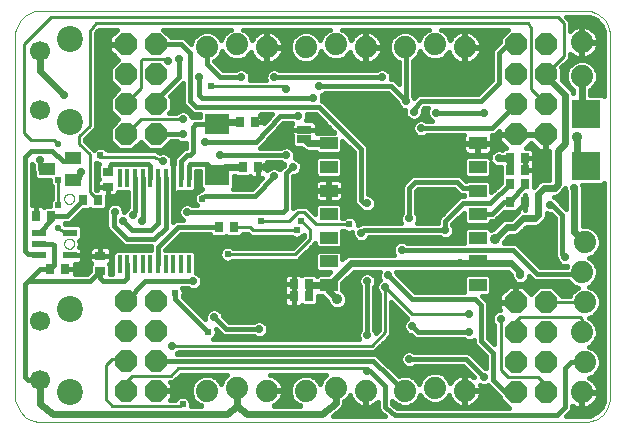
<source format=gbl>
G75*
%MOIN*%
%OFA0B0*%
%FSLAX25Y25*%
%IPPOS*%
%LPD*%
%AMOC8*
5,1,8,0,0,1.08239X$1,22.5*
%
%ADD10C,0.00394*%
%ADD11C,0.07400*%
%ADD12C,0.00000*%
%ADD13OC8,0.07400*%
%ADD14R,0.01575X0.05906*%
%ADD15R,0.08000X0.07000*%
%ADD16R,0.02756X0.03543*%
%ADD17R,0.03543X0.02756*%
%ADD18R,0.05906X0.03937*%
%ADD19R,0.05000X0.02500*%
%ADD20C,0.08661*%
%ADD21C,0.06693*%
%ADD22R,0.04724X0.02362*%
%ADD23R,0.05512X0.03937*%
%ADD24R,0.09449X0.09449*%
%ADD25C,0.01600*%
%ADD26C,0.02800*%
%ADD27C,0.02400*%
%ADD28C,0.02400*%
%ADD29C,0.03562*%
%ADD30C,0.01000*%
%ADD31C,0.02200*%
D10*
X0013852Y0009142D02*
X0013224Y0010066D01*
X0012790Y0011090D01*
X0012356Y0012115D01*
X0012115Y0013241D01*
X0012115Y0135651D01*
X0012356Y0136777D01*
X0012790Y0137802D01*
X0013224Y0138826D01*
X0013852Y0139750D01*
X0014628Y0140525D01*
X0015404Y0141301D01*
X0016327Y0141929D01*
X0017352Y0142363D01*
X0018377Y0142798D01*
X0019503Y0143038D01*
X0202967Y0143038D01*
X0204094Y0142798D01*
X0205119Y0142363D01*
X0206143Y0141929D01*
X0207067Y0141301D01*
X0207843Y0140525D01*
X0208619Y0139750D01*
X0209247Y0138826D01*
X0209681Y0137802D01*
X0210115Y0136777D01*
X0210355Y0135651D01*
X0210355Y0013241D01*
X0210115Y0012115D01*
X0209681Y0011090D01*
X0209247Y0010066D01*
X0208619Y0009142D01*
X0207843Y0008366D01*
X0207067Y0007591D01*
X0206143Y0006962D01*
X0205119Y0006528D01*
X0204094Y0006094D01*
X0202967Y0005854D01*
X0019503Y0005854D01*
X0018377Y0006094D01*
X0017352Y0006528D01*
X0016327Y0006962D01*
X0015404Y0007591D01*
X0013852Y0009142D01*
D11*
X0075846Y0016300D03*
X0085846Y0017300D03*
X0095846Y0016300D03*
X0108846Y0016300D03*
X0118846Y0017300D03*
X0128846Y0016300D03*
X0141846Y0016300D03*
X0151846Y0017300D03*
X0161846Y0016300D03*
X0200846Y0015800D03*
X0201846Y0025800D03*
X0200846Y0035800D03*
X0201846Y0045800D03*
X0200846Y0055800D03*
X0201846Y0065800D03*
X0200846Y0121100D03*
X0200846Y0132500D03*
X0161846Y0130800D03*
X0151846Y0131800D03*
X0141846Y0130800D03*
X0128846Y0130800D03*
X0118846Y0131800D03*
X0108846Y0130800D03*
X0095846Y0130800D03*
X0085846Y0131800D03*
X0075846Y0130800D03*
D12*
X0028335Y0080280D02*
X0028337Y0080361D01*
X0028343Y0080443D01*
X0028353Y0080524D01*
X0028367Y0080604D01*
X0028384Y0080683D01*
X0028406Y0080762D01*
X0028431Y0080839D01*
X0028460Y0080916D01*
X0028493Y0080990D01*
X0028530Y0081063D01*
X0028569Y0081134D01*
X0028613Y0081203D01*
X0028659Y0081270D01*
X0028709Y0081334D01*
X0028762Y0081396D01*
X0028818Y0081456D01*
X0028876Y0081512D01*
X0028938Y0081566D01*
X0029002Y0081617D01*
X0029068Y0081664D01*
X0029136Y0081708D01*
X0029207Y0081749D01*
X0029279Y0081786D01*
X0029354Y0081820D01*
X0029429Y0081850D01*
X0029507Y0081876D01*
X0029585Y0081899D01*
X0029664Y0081917D01*
X0029744Y0081932D01*
X0029825Y0081943D01*
X0029906Y0081950D01*
X0029988Y0081953D01*
X0030069Y0081952D01*
X0030150Y0081947D01*
X0030231Y0081938D01*
X0030312Y0081925D01*
X0030392Y0081908D01*
X0030470Y0081888D01*
X0030548Y0081863D01*
X0030625Y0081835D01*
X0030700Y0081803D01*
X0030773Y0081768D01*
X0030844Y0081729D01*
X0030914Y0081686D01*
X0030981Y0081641D01*
X0031047Y0081592D01*
X0031109Y0081540D01*
X0031169Y0081484D01*
X0031226Y0081426D01*
X0031281Y0081366D01*
X0031332Y0081302D01*
X0031380Y0081237D01*
X0031425Y0081169D01*
X0031467Y0081099D01*
X0031505Y0081027D01*
X0031540Y0080953D01*
X0031571Y0080878D01*
X0031598Y0080801D01*
X0031621Y0080723D01*
X0031641Y0080644D01*
X0031657Y0080564D01*
X0031669Y0080483D01*
X0031677Y0080402D01*
X0031681Y0080321D01*
X0031681Y0080239D01*
X0031677Y0080158D01*
X0031669Y0080077D01*
X0031657Y0079996D01*
X0031641Y0079916D01*
X0031621Y0079837D01*
X0031598Y0079759D01*
X0031571Y0079682D01*
X0031540Y0079607D01*
X0031505Y0079533D01*
X0031467Y0079461D01*
X0031425Y0079391D01*
X0031380Y0079323D01*
X0031332Y0079258D01*
X0031281Y0079194D01*
X0031226Y0079134D01*
X0031169Y0079076D01*
X0031109Y0079020D01*
X0031047Y0078968D01*
X0030981Y0078919D01*
X0030914Y0078874D01*
X0030845Y0078831D01*
X0030773Y0078792D01*
X0030700Y0078757D01*
X0030625Y0078725D01*
X0030548Y0078697D01*
X0030470Y0078672D01*
X0030392Y0078652D01*
X0030312Y0078635D01*
X0030231Y0078622D01*
X0030150Y0078613D01*
X0030069Y0078608D01*
X0029988Y0078607D01*
X0029906Y0078610D01*
X0029825Y0078617D01*
X0029744Y0078628D01*
X0029664Y0078643D01*
X0029585Y0078661D01*
X0029507Y0078684D01*
X0029429Y0078710D01*
X0029354Y0078740D01*
X0029279Y0078774D01*
X0029207Y0078811D01*
X0029136Y0078852D01*
X0029068Y0078896D01*
X0029002Y0078943D01*
X0028938Y0078994D01*
X0028876Y0079048D01*
X0028818Y0079104D01*
X0028762Y0079164D01*
X0028709Y0079226D01*
X0028659Y0079290D01*
X0028613Y0079357D01*
X0028569Y0079426D01*
X0028530Y0079497D01*
X0028493Y0079570D01*
X0028460Y0079644D01*
X0028431Y0079721D01*
X0028406Y0079798D01*
X0028384Y0079877D01*
X0028367Y0079956D01*
X0028353Y0080036D01*
X0028343Y0080117D01*
X0028337Y0080199D01*
X0028335Y0080280D01*
X0028335Y0065320D02*
X0028337Y0065401D01*
X0028343Y0065483D01*
X0028353Y0065564D01*
X0028367Y0065644D01*
X0028384Y0065723D01*
X0028406Y0065802D01*
X0028431Y0065879D01*
X0028460Y0065956D01*
X0028493Y0066030D01*
X0028530Y0066103D01*
X0028569Y0066174D01*
X0028613Y0066243D01*
X0028659Y0066310D01*
X0028709Y0066374D01*
X0028762Y0066436D01*
X0028818Y0066496D01*
X0028876Y0066552D01*
X0028938Y0066606D01*
X0029002Y0066657D01*
X0029068Y0066704D01*
X0029136Y0066748D01*
X0029207Y0066789D01*
X0029279Y0066826D01*
X0029354Y0066860D01*
X0029429Y0066890D01*
X0029507Y0066916D01*
X0029585Y0066939D01*
X0029664Y0066957D01*
X0029744Y0066972D01*
X0029825Y0066983D01*
X0029906Y0066990D01*
X0029988Y0066993D01*
X0030069Y0066992D01*
X0030150Y0066987D01*
X0030231Y0066978D01*
X0030312Y0066965D01*
X0030392Y0066948D01*
X0030470Y0066928D01*
X0030548Y0066903D01*
X0030625Y0066875D01*
X0030700Y0066843D01*
X0030773Y0066808D01*
X0030844Y0066769D01*
X0030914Y0066726D01*
X0030981Y0066681D01*
X0031047Y0066632D01*
X0031109Y0066580D01*
X0031169Y0066524D01*
X0031226Y0066466D01*
X0031281Y0066406D01*
X0031332Y0066342D01*
X0031380Y0066277D01*
X0031425Y0066209D01*
X0031467Y0066139D01*
X0031505Y0066067D01*
X0031540Y0065993D01*
X0031571Y0065918D01*
X0031598Y0065841D01*
X0031621Y0065763D01*
X0031641Y0065684D01*
X0031657Y0065604D01*
X0031669Y0065523D01*
X0031677Y0065442D01*
X0031681Y0065361D01*
X0031681Y0065279D01*
X0031677Y0065198D01*
X0031669Y0065117D01*
X0031657Y0065036D01*
X0031641Y0064956D01*
X0031621Y0064877D01*
X0031598Y0064799D01*
X0031571Y0064722D01*
X0031540Y0064647D01*
X0031505Y0064573D01*
X0031467Y0064501D01*
X0031425Y0064431D01*
X0031380Y0064363D01*
X0031332Y0064298D01*
X0031281Y0064234D01*
X0031226Y0064174D01*
X0031169Y0064116D01*
X0031109Y0064060D01*
X0031047Y0064008D01*
X0030981Y0063959D01*
X0030914Y0063914D01*
X0030845Y0063871D01*
X0030773Y0063832D01*
X0030700Y0063797D01*
X0030625Y0063765D01*
X0030548Y0063737D01*
X0030470Y0063712D01*
X0030392Y0063692D01*
X0030312Y0063675D01*
X0030231Y0063662D01*
X0030150Y0063653D01*
X0030069Y0063648D01*
X0029988Y0063647D01*
X0029906Y0063650D01*
X0029825Y0063657D01*
X0029744Y0063668D01*
X0029664Y0063683D01*
X0029585Y0063701D01*
X0029507Y0063724D01*
X0029429Y0063750D01*
X0029354Y0063780D01*
X0029279Y0063814D01*
X0029207Y0063851D01*
X0029136Y0063892D01*
X0029068Y0063936D01*
X0029002Y0063983D01*
X0028938Y0064034D01*
X0028876Y0064088D01*
X0028818Y0064144D01*
X0028762Y0064204D01*
X0028709Y0064266D01*
X0028659Y0064330D01*
X0028613Y0064397D01*
X0028569Y0064466D01*
X0028530Y0064537D01*
X0028493Y0064610D01*
X0028460Y0064684D01*
X0028431Y0064761D01*
X0028406Y0064838D01*
X0028384Y0064917D01*
X0028367Y0064996D01*
X0028353Y0065076D01*
X0028343Y0065157D01*
X0028337Y0065239D01*
X0028335Y0065320D01*
D13*
X0048846Y0046300D03*
X0058846Y0046300D03*
X0058846Y0036300D03*
X0048846Y0036300D03*
X0048846Y0026300D03*
X0058846Y0026300D03*
X0058846Y0016300D03*
X0048846Y0016300D03*
X0048846Y0101800D03*
X0058846Y0101800D03*
X0058846Y0111800D03*
X0048846Y0111800D03*
X0048846Y0121800D03*
X0058846Y0121800D03*
X0058846Y0131800D03*
X0048846Y0131800D03*
X0178846Y0131800D03*
X0188846Y0131800D03*
X0188846Y0121800D03*
X0178846Y0121800D03*
X0178846Y0111800D03*
X0188846Y0111800D03*
X0188846Y0101800D03*
X0178846Y0101800D03*
X0178846Y0045800D03*
X0188846Y0045800D03*
X0188846Y0035800D03*
X0178846Y0035800D03*
X0178846Y0025800D03*
X0188846Y0025800D03*
X0188846Y0015800D03*
X0178846Y0015800D03*
D14*
X0069862Y0058528D03*
X0067303Y0058528D03*
X0064744Y0058528D03*
X0062185Y0058528D03*
X0059626Y0058528D03*
X0057067Y0058528D03*
X0054508Y0058528D03*
X0051949Y0058528D03*
X0049390Y0058528D03*
X0046831Y0058528D03*
X0046831Y0087072D03*
X0049390Y0087072D03*
X0051949Y0087072D03*
X0054508Y0087072D03*
X0057067Y0087072D03*
X0059626Y0087072D03*
X0062185Y0087072D03*
X0064744Y0087072D03*
X0067303Y0087072D03*
X0069862Y0087072D03*
D15*
X0079346Y0088300D03*
X0079346Y0105300D03*
D16*
X0086787Y0105800D03*
X0091906Y0105800D03*
X0092906Y0090800D03*
X0087787Y0090800D03*
X0084906Y0070800D03*
X0079787Y0070800D03*
X0104787Y0051800D03*
X0104787Y0047800D03*
X0109906Y0047800D03*
X0109906Y0051800D03*
X0176787Y0079300D03*
X0181906Y0079300D03*
X0181906Y0085300D03*
X0176787Y0085300D03*
X0176787Y0089800D03*
X0176787Y0093800D03*
X0181906Y0093800D03*
X0181906Y0089800D03*
X0039606Y0079800D03*
X0034487Y0079800D03*
X0024106Y0074600D03*
X0018987Y0074600D03*
X0023587Y0056900D03*
X0028706Y0056900D03*
D17*
X0040346Y0056241D03*
X0040346Y0061359D03*
X0042846Y0084241D03*
X0042846Y0089359D03*
D18*
X0116559Y0090918D03*
X0116559Y0098792D03*
X0116559Y0083044D03*
X0116559Y0075170D03*
X0116559Y0067296D03*
X0116559Y0059422D03*
X0116559Y0051548D03*
X0166165Y0051548D03*
X0166165Y0059422D03*
X0166165Y0067296D03*
X0166165Y0075170D03*
X0166165Y0083044D03*
X0166165Y0090918D03*
X0166165Y0098792D03*
D19*
X0108346Y0100175D03*
X0108346Y0103378D03*
D20*
X0030189Y0106020D03*
X0030189Y0133580D03*
X0030189Y0043580D03*
X0030189Y0016020D03*
D21*
X0020346Y0019957D03*
X0020346Y0039643D03*
X0020346Y0109957D03*
X0020346Y0129643D03*
D22*
X0019905Y0069040D03*
X0019905Y0065300D03*
X0019905Y0061560D03*
X0030188Y0061560D03*
X0030188Y0069040D03*
D23*
X0031377Y0086460D03*
X0022716Y0090200D03*
X0031377Y0093940D03*
D24*
X0202446Y0091339D03*
X0202446Y0108661D03*
D25*
X0203646Y0114986D02*
X0203646Y0116523D01*
X0203849Y0116607D01*
X0205340Y0118098D01*
X0206146Y0120046D01*
X0206146Y0122154D01*
X0205340Y0124102D01*
X0203849Y0125593D01*
X0201901Y0126400D01*
X0199792Y0126400D01*
X0197844Y0125593D01*
X0196353Y0124102D01*
X0195546Y0122154D01*
X0195546Y0120046D01*
X0196353Y0118098D01*
X0197844Y0116607D01*
X0198046Y0116523D01*
X0198046Y0115598D01*
X0197720Y0116386D01*
X0194146Y0119960D01*
X0194146Y0123995D01*
X0194079Y0124063D01*
X0195716Y0125700D01*
X0195716Y0125700D01*
X0196946Y0126930D01*
X0196946Y0128622D01*
X0197263Y0128305D01*
X0197964Y0127796D01*
X0198735Y0127403D01*
X0199559Y0127135D01*
X0200414Y0127000D01*
X0200646Y0127000D01*
X0200646Y0132300D01*
X0201046Y0132300D01*
X0201046Y0127000D01*
X0201279Y0127000D01*
X0202134Y0127135D01*
X0202958Y0127403D01*
X0203729Y0127796D01*
X0204429Y0128305D01*
X0205042Y0128917D01*
X0205550Y0129617D01*
X0205943Y0130389D01*
X0206211Y0131212D01*
X0206346Y0132067D01*
X0206346Y0132300D01*
X0201047Y0132300D01*
X0201047Y0132700D01*
X0206346Y0132700D01*
X0206346Y0132933D01*
X0206211Y0133788D01*
X0205943Y0134611D01*
X0205550Y0135383D01*
X0205042Y0136083D01*
X0204429Y0136695D01*
X0203729Y0137204D01*
X0202958Y0137597D01*
X0202134Y0137865D01*
X0201279Y0138000D01*
X0201046Y0138000D01*
X0201046Y0132700D01*
X0200646Y0132700D01*
X0200646Y0138000D01*
X0200414Y0138000D01*
X0199559Y0137865D01*
X0198735Y0137597D01*
X0197964Y0137204D01*
X0197263Y0136695D01*
X0196946Y0136378D01*
X0196946Y0139670D01*
X0195575Y0141041D01*
X0202757Y0141041D01*
X0203491Y0140884D01*
X0203578Y0140847D01*
X0204550Y0140435D01*
X0205101Y0140202D01*
X0205101Y0140202D01*
X0205183Y0140167D01*
X0205788Y0139756D01*
X0205846Y0139698D01*
X0206361Y0139184D01*
X0207016Y0138528D01*
X0207074Y0138471D01*
X0207485Y0137866D01*
X0207520Y0137784D01*
X0207520Y0137784D01*
X0207920Y0136839D01*
X0208165Y0136261D01*
X0208165Y0136261D01*
X0208202Y0136173D01*
X0208359Y0135440D01*
X0208359Y0114461D01*
X0207834Y0114986D01*
X0203646Y0114986D01*
X0203646Y0115294D02*
X0208359Y0115294D01*
X0208359Y0116893D02*
X0204135Y0116893D01*
X0205503Y0118491D02*
X0208359Y0118491D01*
X0208359Y0120090D02*
X0206146Y0120090D01*
X0206146Y0121688D02*
X0208359Y0121688D01*
X0208359Y0123287D02*
X0205677Y0123287D01*
X0204556Y0124885D02*
X0208359Y0124885D01*
X0208359Y0126484D02*
X0196500Y0126484D01*
X0196946Y0128082D02*
X0197570Y0128082D01*
X0200646Y0128082D02*
X0201046Y0128082D01*
X0201046Y0129681D02*
X0200646Y0129681D01*
X0200646Y0131279D02*
X0201046Y0131279D01*
X0201046Y0132878D02*
X0200646Y0132878D01*
X0200646Y0134476D02*
X0201046Y0134476D01*
X0201046Y0136075D02*
X0200646Y0136075D01*
X0200646Y0137673D02*
X0201046Y0137673D01*
X0202723Y0137673D02*
X0207567Y0137673D01*
X0207016Y0138528D02*
X0207016Y0138528D01*
X0206272Y0139272D02*
X0196946Y0139272D01*
X0195746Y0140870D02*
X0203523Y0140870D01*
X0203578Y0140847D02*
X0203578Y0140847D01*
X0205846Y0139698D02*
X0205846Y0139698D01*
X0205047Y0136075D02*
X0208223Y0136075D01*
X0208359Y0134476D02*
X0205987Y0134476D01*
X0206346Y0132878D02*
X0208359Y0132878D01*
X0208359Y0131279D02*
X0206222Y0131279D01*
X0205583Y0129681D02*
X0208359Y0129681D01*
X0208359Y0128082D02*
X0204123Y0128082D01*
X0197137Y0124885D02*
X0194902Y0124885D01*
X0194146Y0123287D02*
X0196016Y0123287D01*
X0195546Y0121688D02*
X0194146Y0121688D01*
X0194146Y0120090D02*
X0195546Y0120090D01*
X0195615Y0118491D02*
X0196190Y0118491D01*
X0197213Y0116893D02*
X0197558Y0116893D01*
X0178846Y0111800D02*
X0170846Y0103800D01*
X0147346Y0103800D01*
X0144635Y0102506D02*
X0125034Y0102506D01*
X0126633Y0100908D02*
X0146490Y0100908D01*
X0146750Y0100800D02*
X0147943Y0100800D01*
X0149046Y0101257D01*
X0149189Y0101400D01*
X0161520Y0101400D01*
X0161413Y0100998D01*
X0161413Y0098976D01*
X0165981Y0098976D01*
X0165981Y0098608D01*
X0161413Y0098608D01*
X0161413Y0096587D01*
X0161535Y0096129D01*
X0161772Y0095718D01*
X0162107Y0095383D01*
X0162518Y0095146D01*
X0162976Y0095024D01*
X0165981Y0095024D01*
X0165981Y0098608D01*
X0166350Y0098608D01*
X0166350Y0098976D01*
X0170918Y0098976D01*
X0170918Y0100998D01*
X0170810Y0101400D01*
X0171324Y0101400D01*
X0172206Y0101765D01*
X0173346Y0102906D01*
X0173346Y0102000D01*
X0178646Y0102000D01*
X0178646Y0101600D01*
X0173346Y0101600D01*
X0173346Y0099522D01*
X0175697Y0097172D01*
X0174747Y0097172D01*
X0174219Y0096644D01*
X0173843Y0096800D01*
X0172650Y0096800D01*
X0171547Y0096343D01*
X0170703Y0095499D01*
X0170246Y0094397D01*
X0170246Y0094021D01*
X0169781Y0094487D01*
X0162550Y0094487D01*
X0161613Y0093549D01*
X0161613Y0088287D01*
X0162550Y0087350D01*
X0169781Y0087350D01*
X0170718Y0088287D01*
X0170718Y0092086D01*
X0171547Y0091257D01*
X0172650Y0090800D01*
X0173809Y0090800D01*
X0173809Y0085657D01*
X0170718Y0082566D01*
X0170718Y0085675D01*
X0169781Y0086613D01*
X0162550Y0086613D01*
X0162239Y0086302D01*
X0160706Y0087835D01*
X0159824Y0088200D01*
X0144869Y0088200D01*
X0143987Y0087835D01*
X0143312Y0087159D01*
X0141312Y0085159D01*
X0140946Y0084277D01*
X0140946Y0075643D01*
X0140803Y0075499D01*
X0140346Y0074397D01*
X0140346Y0073203D01*
X0140762Y0072200D01*
X0127869Y0072200D01*
X0126987Y0071835D01*
X0126952Y0071800D01*
X0126750Y0071800D01*
X0126146Y0071550D01*
X0126146Y0072357D01*
X0125720Y0073386D01*
X0124933Y0074174D01*
X0123903Y0074600D01*
X0122789Y0074600D01*
X0121760Y0074174D01*
X0121487Y0073900D01*
X0121112Y0073900D01*
X0121112Y0077801D01*
X0120175Y0078739D01*
X0112944Y0078739D01*
X0112006Y0077801D01*
X0112006Y0075110D01*
X0109216Y0077900D01*
X0105477Y0077900D01*
X0104746Y0077170D01*
X0104746Y0087800D01*
X0105193Y0087800D01*
X0106296Y0088257D01*
X0107140Y0089101D01*
X0107596Y0090203D01*
X0107596Y0091397D01*
X0107140Y0092499D01*
X0106296Y0093343D01*
X0105193Y0093800D01*
X0105179Y0093800D01*
X0105346Y0094203D01*
X0105346Y0095397D01*
X0104890Y0096499D01*
X0104046Y0097343D01*
X0102943Y0097800D01*
X0101750Y0097800D01*
X0100647Y0097343D01*
X0100504Y0097200D01*
X0093548Y0097200D01*
X0093706Y0097265D01*
X0093733Y0097292D01*
X0093767Y0097307D01*
X0094069Y0097629D01*
X0094381Y0097941D01*
X0094395Y0097975D01*
X0101383Y0105400D01*
X0104214Y0105400D01*
X0104169Y0105323D01*
X0104046Y0104865D01*
X0104046Y0103378D01*
X0104046Y0101891D01*
X0104169Y0101434D01*
X0104246Y0101300D01*
X0104246Y0098262D01*
X0105184Y0097325D01*
X0107237Y0097325D01*
X0107356Y0097206D01*
X0108143Y0096418D01*
X0109173Y0095992D01*
X0112175Y0095992D01*
X0112944Y0095224D01*
X0120175Y0095224D01*
X0121112Y0096161D01*
X0121112Y0099641D01*
X0124946Y0095806D01*
X0124946Y0079323D01*
X0125312Y0078441D01*
X0125987Y0077765D01*
X0126987Y0076765D01*
X0127246Y0076658D01*
X0127647Y0076257D01*
X0128750Y0075800D01*
X0129943Y0075800D01*
X0131046Y0076257D01*
X0131890Y0077101D01*
X0132346Y0078203D01*
X0132346Y0079397D01*
X0131890Y0080499D01*
X0131046Y0081343D01*
X0129943Y0081800D01*
X0129746Y0081800D01*
X0129746Y0097277D01*
X0129381Y0098159D01*
X0115381Y0112159D01*
X0114706Y0112835D01*
X0114269Y0113016D01*
X0114346Y0113203D01*
X0114346Y0114397D01*
X0114145Y0114884D01*
X0115046Y0115257D01*
X0115189Y0115400D01*
X0136352Y0115400D01*
X0139346Y0112406D01*
X0139346Y0112203D01*
X0139803Y0111101D01*
X0140647Y0110257D01*
X0141750Y0109800D01*
X0141846Y0109800D01*
X0141846Y0108703D01*
X0142303Y0107601D01*
X0143147Y0106757D01*
X0144250Y0106300D01*
X0145443Y0106300D01*
X0146546Y0106757D01*
X0147390Y0107601D01*
X0147846Y0108703D01*
X0147846Y0109897D01*
X0147844Y0109903D01*
X0148341Y0110400D01*
X0149762Y0110400D01*
X0149346Y0109397D01*
X0149346Y0108203D01*
X0149803Y0107101D01*
X0150647Y0106257D01*
X0150784Y0106200D01*
X0149189Y0106200D01*
X0149046Y0106343D01*
X0147943Y0106800D01*
X0146750Y0106800D01*
X0145647Y0106343D01*
X0144803Y0105499D01*
X0144346Y0104397D01*
X0144346Y0103203D01*
X0144803Y0102101D01*
X0145647Y0101257D01*
X0146750Y0100800D01*
X0148203Y0100908D02*
X0161413Y0100908D01*
X0161413Y0099309D02*
X0128231Y0099309D01*
X0129567Y0097711D02*
X0161413Y0097711D01*
X0161545Y0096112D02*
X0129746Y0096112D01*
X0129746Y0094514D02*
X0170295Y0094514D01*
X0169813Y0095146D02*
X0170223Y0095383D01*
X0170558Y0095718D01*
X0170795Y0096129D01*
X0170918Y0096587D01*
X0170918Y0098608D01*
X0166350Y0098608D01*
X0166350Y0095024D01*
X0169355Y0095024D01*
X0169813Y0095146D01*
X0170786Y0096112D02*
X0171316Y0096112D01*
X0170918Y0097711D02*
X0175158Y0097711D01*
X0173559Y0099309D02*
X0170918Y0099309D01*
X0170918Y0100908D02*
X0173346Y0100908D01*
X0173346Y0102506D02*
X0172947Y0102506D01*
X0179047Y0102000D02*
X0188646Y0102000D01*
X0188646Y0101600D01*
X0183346Y0101600D01*
X0179047Y0101600D01*
X0179047Y0102000D01*
X0182196Y0097372D02*
X0183846Y0099022D01*
X0186568Y0096300D01*
X0188646Y0096300D01*
X0188646Y0101600D01*
X0189046Y0101600D01*
X0189046Y0096300D01*
X0190046Y0096300D01*
X0190046Y0086600D01*
X0187789Y0086600D01*
X0186760Y0086174D01*
X0185973Y0085386D01*
X0184883Y0084297D01*
X0184883Y0087200D01*
X0184961Y0087334D01*
X0185083Y0087791D01*
X0185083Y0089800D01*
X0181906Y0089800D01*
X0185083Y0089800D01*
X0185083Y0091809D01*
X0185083Y0093800D01*
X0181906Y0093800D01*
X0185083Y0093800D01*
X0185083Y0095809D01*
X0184961Y0096266D01*
X0184724Y0096677D01*
X0184389Y0097012D01*
X0183978Y0097249D01*
X0183520Y0097372D01*
X0182196Y0097372D01*
X0182535Y0097711D02*
X0185158Y0097711D01*
X0185002Y0096112D02*
X0190046Y0096112D01*
X0190046Y0094514D02*
X0185083Y0094514D01*
X0185083Y0092915D02*
X0190046Y0092915D01*
X0190046Y0091317D02*
X0185083Y0091317D01*
X0185083Y0089718D02*
X0190046Y0089718D01*
X0190046Y0088120D02*
X0185083Y0088120D01*
X0184883Y0086521D02*
X0187599Y0086521D01*
X0185509Y0084923D02*
X0184883Y0084923D01*
X0181906Y0085300D02*
X0181787Y0084800D01*
X0181906Y0085300D02*
X0176787Y0079300D01*
X0174846Y0079300D01*
X0170846Y0075300D01*
X0166295Y0075300D01*
X0166165Y0075170D01*
X0161613Y0075332D02*
X0161272Y0075332D01*
X0161613Y0075672D02*
X0161613Y0072539D01*
X0162550Y0071602D01*
X0169781Y0071602D01*
X0170718Y0072539D01*
X0170718Y0072900D01*
X0171324Y0072900D01*
X0172206Y0073265D01*
X0174869Y0075928D01*
X0178828Y0075928D01*
X0179205Y0076305D01*
X0179422Y0076088D01*
X0179582Y0075996D01*
X0177187Y0073600D01*
X0175289Y0073600D01*
X0174260Y0073174D01*
X0173473Y0072386D01*
X0171268Y0070181D01*
X0171174Y0070181D01*
X0170672Y0069973D01*
X0169781Y0070865D01*
X0162550Y0070865D01*
X0161613Y0069927D01*
X0161613Y0065700D01*
X0142689Y0065700D01*
X0142546Y0065843D01*
X0141443Y0066300D01*
X0140250Y0066300D01*
X0139147Y0065843D01*
X0138303Y0064999D01*
X0137846Y0063897D01*
X0137846Y0062703D01*
X0138303Y0061601D01*
X0138304Y0061600D01*
X0123254Y0061600D01*
X0122225Y0061174D01*
X0121437Y0060386D01*
X0121112Y0060061D01*
X0121112Y0062053D01*
X0120175Y0062991D01*
X0112944Y0062991D01*
X0112006Y0062053D01*
X0112006Y0056791D01*
X0112944Y0055854D01*
X0116905Y0055854D01*
X0116168Y0055117D01*
X0112944Y0055117D01*
X0112472Y0054645D01*
X0111946Y0055172D01*
X0107865Y0055172D01*
X0107488Y0054795D01*
X0107271Y0055012D01*
X0106860Y0055249D01*
X0106402Y0055372D01*
X0104787Y0055372D01*
X0103172Y0055372D01*
X0102715Y0055249D01*
X0102304Y0055012D01*
X0101969Y0054677D01*
X0101732Y0054266D01*
X0101609Y0053809D01*
X0101609Y0051800D01*
X0101609Y0049791D01*
X0101609Y0047800D01*
X0101609Y0045791D01*
X0101732Y0045334D01*
X0101969Y0044923D01*
X0102304Y0044588D01*
X0102715Y0044351D01*
X0103172Y0044228D01*
X0104787Y0044228D01*
X0104787Y0047800D01*
X0101609Y0047800D01*
X0104787Y0047800D01*
X0104787Y0047800D01*
X0104787Y0051800D01*
X0101609Y0051800D01*
X0104787Y0051800D01*
X0104787Y0051800D01*
X0104787Y0055372D01*
X0104787Y0051800D01*
X0104787Y0051800D01*
X0104787Y0051800D01*
X0104787Y0048228D01*
X0104787Y0047800D01*
X0104787Y0047800D01*
X0104787Y0047800D01*
X0104787Y0044228D01*
X0106402Y0044228D01*
X0106860Y0044351D01*
X0107271Y0044588D01*
X0107488Y0044805D01*
X0107865Y0044428D01*
X0111946Y0044428D01*
X0112883Y0045366D01*
X0112883Y0048040D01*
X0112944Y0047980D01*
X0114207Y0047980D01*
X0114973Y0047214D01*
X0115965Y0046221D01*
X0115965Y0046127D01*
X0116480Y0044885D01*
X0117431Y0043934D01*
X0118674Y0043419D01*
X0120019Y0043419D01*
X0121262Y0043934D01*
X0122213Y0044885D01*
X0122728Y0046127D01*
X0122728Y0047473D01*
X0122213Y0048715D01*
X0121262Y0049666D01*
X0121112Y0049728D01*
X0121112Y0052141D01*
X0124971Y0056000D01*
X0133596Y0056000D01*
X0133346Y0055397D01*
X0133346Y0054203D01*
X0133695Y0053363D01*
X0133647Y0053343D01*
X0132803Y0052499D01*
X0132346Y0051397D01*
X0132346Y0050203D01*
X0132803Y0049101D01*
X0133246Y0048657D01*
X0133246Y0036670D01*
X0132237Y0035661D01*
X0131890Y0036499D01*
X0131746Y0036643D01*
X0131746Y0050957D01*
X0131890Y0051101D01*
X0132346Y0052203D01*
X0132346Y0053397D01*
X0131890Y0054499D01*
X0131046Y0055343D01*
X0129943Y0055800D01*
X0128750Y0055800D01*
X0127647Y0055343D01*
X0126803Y0054499D01*
X0126346Y0053397D01*
X0126346Y0052203D01*
X0126803Y0051101D01*
X0126946Y0050957D01*
X0126946Y0036643D01*
X0126803Y0036499D01*
X0126346Y0035397D01*
X0126346Y0034203D01*
X0126679Y0033400D01*
X0077869Y0033400D01*
X0077933Y0033426D01*
X0078720Y0034214D01*
X0079146Y0035243D01*
X0079146Y0036357D01*
X0078970Y0036782D01*
X0080987Y0034765D01*
X0081869Y0034400D01*
X0091504Y0034400D01*
X0091647Y0034257D01*
X0092750Y0033800D01*
X0093943Y0033800D01*
X0095046Y0034257D01*
X0095890Y0035101D01*
X0096346Y0036203D01*
X0096346Y0037397D01*
X0095890Y0038499D01*
X0095046Y0039343D01*
X0093943Y0039800D01*
X0092750Y0039800D01*
X0091647Y0039343D01*
X0091504Y0039200D01*
X0083341Y0039200D01*
X0081346Y0041194D01*
X0081346Y0041397D01*
X0080890Y0042499D01*
X0080046Y0043343D01*
X0078943Y0043800D01*
X0077750Y0043800D01*
X0076647Y0043343D01*
X0075803Y0042499D01*
X0075346Y0041397D01*
X0075346Y0040203D01*
X0075353Y0040188D01*
X0067898Y0047643D01*
X0068146Y0048243D01*
X0068146Y0049357D01*
X0067720Y0050386D01*
X0067706Y0050400D01*
X0069504Y0050400D01*
X0069647Y0050257D01*
X0070750Y0049800D01*
X0071943Y0049800D01*
X0073046Y0050257D01*
X0073890Y0051101D01*
X0074346Y0052203D01*
X0074346Y0053397D01*
X0073890Y0054499D01*
X0073046Y0055343D01*
X0072250Y0055673D01*
X0072250Y0062144D01*
X0071312Y0063081D01*
X0062026Y0063081D01*
X0062026Y0063085D01*
X0067341Y0068400D01*
X0076809Y0068400D01*
X0076809Y0068366D01*
X0077747Y0067428D01*
X0081828Y0067428D01*
X0082346Y0067947D01*
X0082865Y0067428D01*
X0086946Y0067428D01*
X0087883Y0068366D01*
X0087883Y0068700D01*
X0089477Y0068700D01*
X0090477Y0067700D01*
X0103987Y0067700D01*
X0104260Y0067426D01*
X0105289Y0067000D01*
X0106403Y0067000D01*
X0107433Y0067426D01*
X0108220Y0068214D01*
X0108246Y0068277D01*
X0108246Y0067670D01*
X0104477Y0063900D01*
X0084706Y0063900D01*
X0084433Y0064174D01*
X0083403Y0064600D01*
X0082289Y0064600D01*
X0081260Y0064174D01*
X0080473Y0063386D01*
X0080046Y0062357D01*
X0080046Y0061243D01*
X0080473Y0060214D01*
X0081260Y0059426D01*
X0082289Y0059000D01*
X0083403Y0059000D01*
X0084433Y0059426D01*
X0084706Y0059700D01*
X0106216Y0059700D01*
X0107446Y0060930D01*
X0107446Y0060930D01*
X0111216Y0064700D01*
X0111216Y0064700D01*
X0112006Y0065490D01*
X0112006Y0064665D01*
X0112944Y0063728D01*
X0120175Y0063728D01*
X0121112Y0064665D01*
X0121112Y0069700D01*
X0121487Y0069700D01*
X0121760Y0069426D01*
X0122789Y0069000D01*
X0123903Y0069000D01*
X0124346Y0069184D01*
X0124346Y0068203D01*
X0124803Y0067101D01*
X0125647Y0066257D01*
X0126750Y0065800D01*
X0127943Y0065800D01*
X0129046Y0066257D01*
X0129890Y0067101D01*
X0130014Y0067400D01*
X0153504Y0067400D01*
X0153647Y0067257D01*
X0154750Y0066800D01*
X0155943Y0066800D01*
X0157046Y0067257D01*
X0157890Y0068101D01*
X0158346Y0069203D01*
X0158346Y0070397D01*
X0157890Y0071499D01*
X0157746Y0071643D01*
X0157746Y0071806D01*
X0161613Y0075672D01*
X0161613Y0073733D02*
X0159674Y0073733D01*
X0158075Y0072134D02*
X0162017Y0072134D01*
X0160846Y0071300D02*
X0159346Y0069800D01*
X0159346Y0066800D01*
X0157128Y0067339D02*
X0161613Y0067339D01*
X0161613Y0065740D02*
X0142649Y0065740D01*
X0140846Y0063300D02*
X0177846Y0063300D01*
X0185846Y0055300D01*
X0200346Y0055300D01*
X0200846Y0055800D01*
X0195938Y0057800D02*
X0195897Y0057700D01*
X0186841Y0057700D01*
X0179206Y0065335D01*
X0178324Y0065700D01*
X0175050Y0065700D01*
X0175228Y0066127D01*
X0175228Y0066221D01*
X0177006Y0068000D01*
X0178903Y0068000D01*
X0179933Y0068426D01*
X0182506Y0071000D01*
X0185903Y0071000D01*
X0186933Y0071426D01*
X0187933Y0072426D01*
X0188720Y0073214D01*
X0189146Y0074243D01*
X0189146Y0075550D01*
X0189750Y0075300D01*
X0190452Y0075300D01*
X0191946Y0073806D01*
X0191946Y0061323D01*
X0192312Y0060441D01*
X0192346Y0060406D01*
X0192346Y0060203D01*
X0192803Y0059101D01*
X0193647Y0058257D01*
X0194750Y0057800D01*
X0195938Y0057800D01*
X0195917Y0057748D02*
X0186793Y0057748D01*
X0185194Y0059346D02*
X0192701Y0059346D01*
X0192103Y0060945D02*
X0183596Y0060945D01*
X0181997Y0062543D02*
X0191946Y0062543D01*
X0191946Y0064142D02*
X0180399Y0064142D01*
X0176345Y0067339D02*
X0191946Y0067339D01*
X0191946Y0065740D02*
X0175067Y0065740D01*
X0180444Y0068937D02*
X0191946Y0068937D01*
X0191946Y0070536D02*
X0182042Y0070536D01*
X0187641Y0072134D02*
X0191946Y0072134D01*
X0191946Y0073733D02*
X0188935Y0073733D01*
X0189146Y0075332D02*
X0189674Y0075332D01*
X0190346Y0078300D02*
X0190846Y0078300D01*
X0194346Y0074800D01*
X0194346Y0061800D01*
X0203125Y0060593D02*
X0204849Y0061307D01*
X0206340Y0062798D01*
X0207146Y0064746D01*
X0207146Y0066854D01*
X0206340Y0068802D01*
X0204849Y0070293D01*
X0202901Y0071100D01*
X0201146Y0071100D01*
X0201146Y0082720D01*
X0201346Y0083203D01*
X0201346Y0084397D01*
X0201091Y0085014D01*
X0207834Y0085014D01*
X0208359Y0085539D01*
X0208359Y0013452D01*
X0208202Y0012718D01*
X0208165Y0012631D01*
X0208126Y0012540D01*
X0207520Y0011108D01*
X0207485Y0011026D01*
X0207073Y0010421D01*
X0207016Y0010363D01*
X0207016Y0010363D01*
X0205788Y0009136D01*
X0205183Y0008724D01*
X0203578Y0008044D01*
X0203491Y0008007D01*
X0202757Y0007851D01*
X0195670Y0007851D01*
X0196651Y0008743D01*
X0196706Y0008765D01*
X0197003Y0009063D01*
X0197314Y0009345D01*
X0197339Y0009399D01*
X0197381Y0009441D01*
X0197542Y0009829D01*
X0197721Y0010209D01*
X0197724Y0010268D01*
X0197746Y0010323D01*
X0197746Y0010743D01*
X0197766Y0011163D01*
X0197746Y0011218D01*
X0197746Y0011254D01*
X0197964Y0011096D01*
X0198735Y0010703D01*
X0199559Y0010435D01*
X0200414Y0010300D01*
X0200646Y0010300D01*
X0200646Y0015600D01*
X0201046Y0015600D01*
X0201046Y0010300D01*
X0201279Y0010300D01*
X0202134Y0010435D01*
X0202958Y0010703D01*
X0203729Y0011096D01*
X0204429Y0011605D01*
X0205042Y0012217D01*
X0205550Y0012917D01*
X0205943Y0013689D01*
X0206211Y0014512D01*
X0206346Y0015367D01*
X0206346Y0015600D01*
X0201047Y0015600D01*
X0201047Y0016000D01*
X0206346Y0016000D01*
X0206346Y0016233D01*
X0206211Y0017088D01*
X0205943Y0017911D01*
X0205550Y0018683D01*
X0205042Y0019383D01*
X0204429Y0019995D01*
X0203729Y0020504D01*
X0203362Y0020691D01*
X0204849Y0021307D01*
X0206340Y0022798D01*
X0207146Y0024746D01*
X0207146Y0026854D01*
X0206340Y0028802D01*
X0204849Y0030293D01*
X0203125Y0031007D01*
X0203849Y0031307D01*
X0205340Y0032798D01*
X0206146Y0034746D01*
X0206146Y0036854D01*
X0205340Y0038802D01*
X0203849Y0040293D01*
X0203125Y0040593D01*
X0204849Y0041307D01*
X0206340Y0042798D01*
X0207146Y0044746D01*
X0207146Y0046854D01*
X0206340Y0048802D01*
X0204849Y0050293D01*
X0203125Y0051007D01*
X0203849Y0051307D01*
X0205340Y0052798D01*
X0206146Y0054746D01*
X0206146Y0056854D01*
X0205340Y0058802D01*
X0203849Y0060293D01*
X0203125Y0060593D01*
X0203975Y0060945D02*
X0208359Y0060945D01*
X0208359Y0062543D02*
X0206085Y0062543D01*
X0206896Y0064142D02*
X0208359Y0064142D01*
X0208359Y0065740D02*
X0207146Y0065740D01*
X0206946Y0067339D02*
X0208359Y0067339D01*
X0208359Y0068937D02*
X0206204Y0068937D01*
X0204262Y0070536D02*
X0208359Y0070536D01*
X0208359Y0072134D02*
X0201146Y0072134D01*
X0201146Y0073733D02*
X0208359Y0073733D01*
X0208359Y0075332D02*
X0201146Y0075332D01*
X0201146Y0076930D02*
X0208359Y0076930D01*
X0208359Y0078529D02*
X0201146Y0078529D01*
X0201146Y0080127D02*
X0208359Y0080127D01*
X0208359Y0081726D02*
X0201146Y0081726D01*
X0201346Y0083324D02*
X0208359Y0083324D01*
X0208359Y0084923D02*
X0201129Y0084923D01*
X0195346Y0084002D02*
X0195346Y0083203D01*
X0195546Y0082720D01*
X0195546Y0076994D01*
X0193136Y0079404D01*
X0192890Y0079999D01*
X0192046Y0080843D01*
X0191754Y0080964D01*
X0191849Y0080945D01*
X0192124Y0081000D01*
X0192403Y0081000D01*
X0192665Y0081108D01*
X0192942Y0081164D01*
X0193174Y0081319D01*
X0193433Y0081426D01*
X0193632Y0081626D01*
X0193867Y0081783D01*
X0194022Y0082016D01*
X0194220Y0082214D01*
X0194328Y0082475D01*
X0195022Y0083516D01*
X0195220Y0083714D01*
X0195328Y0083975D01*
X0195346Y0084002D01*
X0195346Y0083324D02*
X0194894Y0083324D01*
X0195546Y0081726D02*
X0193781Y0081726D01*
X0192762Y0080127D02*
X0195546Y0080127D01*
X0195546Y0078529D02*
X0194012Y0078529D01*
X0181906Y0078529D02*
X0181905Y0078529D01*
X0181906Y0078859D02*
X0181906Y0079300D01*
X0181906Y0076600D01*
X0181905Y0076600D01*
X0181905Y0079300D01*
X0181906Y0079300D01*
X0181906Y0081602D01*
X0181905Y0081602D01*
X0181905Y0079300D01*
X0181906Y0079300D01*
X0181906Y0079359D01*
X0181906Y0078859D02*
X0177346Y0074300D01*
X0174346Y0074300D01*
X0170846Y0071300D01*
X0160846Y0071300D01*
X0162221Y0070536D02*
X0158289Y0070536D01*
X0158236Y0068937D02*
X0161613Y0068937D01*
X0155346Y0069800D02*
X0155346Y0072800D01*
X0161346Y0078800D01*
X0170346Y0078800D01*
X0176787Y0085241D01*
X0176787Y0085300D01*
X0176346Y0084800D01*
X0173809Y0086521D02*
X0169872Y0086521D01*
X0170551Y0088120D02*
X0173809Y0088120D01*
X0173809Y0089718D02*
X0170718Y0089718D01*
X0170718Y0091317D02*
X0171487Y0091317D01*
X0166350Y0096112D02*
X0165981Y0096112D01*
X0165981Y0097711D02*
X0166350Y0097711D01*
X0161613Y0092915D02*
X0129746Y0092915D01*
X0129746Y0091317D02*
X0161613Y0091317D01*
X0161613Y0089718D02*
X0129746Y0089718D01*
X0129746Y0088120D02*
X0144675Y0088120D01*
X0143312Y0087159D02*
X0143312Y0087159D01*
X0142673Y0086521D02*
X0129746Y0086521D01*
X0129746Y0084923D02*
X0141214Y0084923D01*
X0140946Y0083324D02*
X0129746Y0083324D01*
X0130123Y0081726D02*
X0140946Y0081726D01*
X0140946Y0080127D02*
X0132044Y0080127D01*
X0132346Y0078529D02*
X0140946Y0078529D01*
X0140946Y0076930D02*
X0131719Y0076930D01*
X0129346Y0078800D02*
X0128346Y0078800D01*
X0127346Y0079800D01*
X0127346Y0096800D01*
X0113346Y0110800D01*
X0072346Y0110800D01*
X0070346Y0112800D01*
X0070346Y0128800D01*
X0067346Y0131800D01*
X0058846Y0131800D01*
X0063665Y0134476D02*
X0072028Y0134476D01*
X0071353Y0133802D02*
X0070587Y0131953D01*
X0068706Y0133835D01*
X0067824Y0134200D01*
X0063942Y0134200D01*
X0061442Y0136700D01*
X0083827Y0136700D01*
X0082844Y0136293D01*
X0081353Y0134802D01*
X0080639Y0133078D01*
X0080340Y0133802D01*
X0078849Y0135293D01*
X0076901Y0136100D01*
X0074792Y0136100D01*
X0072844Y0135293D01*
X0071353Y0133802D01*
X0070970Y0132878D02*
X0069663Y0132878D01*
X0074732Y0136075D02*
X0062067Y0136075D01*
X0066546Y0126900D02*
X0066646Y0121000D01*
X0058846Y0113300D01*
X0058846Y0111800D01*
X0064146Y0112097D02*
X0068040Y0112097D01*
X0067946Y0112323D02*
X0068312Y0111441D01*
X0068987Y0110765D01*
X0070987Y0108765D01*
X0071869Y0108400D01*
X0073746Y0108400D01*
X0073746Y0107700D01*
X0071369Y0107700D01*
X0070816Y0107471D01*
X0070390Y0108499D01*
X0069546Y0109343D01*
X0068443Y0109800D01*
X0067250Y0109800D01*
X0066147Y0109343D01*
X0065704Y0108900D01*
X0063442Y0108900D01*
X0064146Y0109605D01*
X0064146Y0113995D01*
X0063561Y0114581D01*
X0067946Y0118911D01*
X0067946Y0112323D01*
X0067946Y0113696D02*
X0064146Y0113696D01*
X0064283Y0115294D02*
X0067946Y0115294D01*
X0067946Y0116893D02*
X0065902Y0116893D01*
X0067521Y0118491D02*
X0067946Y0118491D01*
X0073346Y0120800D02*
X0073346Y0114800D01*
X0074346Y0113800D01*
X0111346Y0113800D01*
X0114346Y0113696D02*
X0138057Y0113696D01*
X0139390Y0112097D02*
X0115443Y0112097D01*
X0117042Y0110499D02*
X0140405Y0110499D01*
X0141846Y0108900D02*
X0118640Y0108900D01*
X0120239Y0107302D02*
X0142602Y0107302D01*
X0145007Y0105703D02*
X0121837Y0105703D01*
X0123436Y0104105D02*
X0144346Y0104105D01*
X0147091Y0107302D02*
X0149720Y0107302D01*
X0149346Y0108900D02*
X0147846Y0108900D01*
X0144846Y0109300D02*
X0144846Y0110300D01*
X0147346Y0112800D01*
X0167346Y0112800D01*
X0173346Y0118800D01*
X0173346Y0128800D01*
X0176346Y0131800D01*
X0178846Y0131800D01*
X0173546Y0132394D02*
X0173546Y0133995D01*
X0176251Y0136700D01*
X0153866Y0136700D01*
X0154849Y0136293D01*
X0156340Y0134802D01*
X0156955Y0133315D01*
X0157142Y0133683D01*
X0157651Y0134383D01*
X0158263Y0134995D01*
X0158964Y0135504D01*
X0159735Y0135897D01*
X0160559Y0136165D01*
X0161414Y0136300D01*
X0161646Y0136300D01*
X0161646Y0131000D01*
X0162046Y0131000D01*
X0162046Y0136300D01*
X0162279Y0136300D01*
X0163134Y0136165D01*
X0163958Y0135897D01*
X0164729Y0135504D01*
X0165429Y0134995D01*
X0166042Y0134383D01*
X0166550Y0133683D01*
X0166943Y0132911D01*
X0167211Y0132088D01*
X0167346Y0131233D01*
X0167346Y0131000D01*
X0162047Y0131000D01*
X0162047Y0130600D01*
X0167346Y0130600D01*
X0167346Y0130367D01*
X0167211Y0129512D01*
X0166943Y0128689D01*
X0166550Y0127917D01*
X0166042Y0127217D01*
X0165429Y0126605D01*
X0164729Y0126096D01*
X0163958Y0125703D01*
X0163134Y0125435D01*
X0162279Y0125300D01*
X0162046Y0125300D01*
X0162046Y0130600D01*
X0161646Y0130600D01*
X0161646Y0125300D01*
X0161414Y0125300D01*
X0160559Y0125435D01*
X0159735Y0125703D01*
X0158964Y0126096D01*
X0158263Y0126605D01*
X0157651Y0127217D01*
X0157142Y0127917D01*
X0156749Y0128689D01*
X0156549Y0129304D01*
X0156340Y0128798D01*
X0154849Y0127307D01*
X0152901Y0126500D01*
X0150792Y0126500D01*
X0148844Y0127307D01*
X0147353Y0128798D01*
X0147054Y0129522D01*
X0146340Y0127798D01*
X0144849Y0126307D01*
X0144746Y0126265D01*
X0144746Y0114643D01*
X0144890Y0114499D01*
X0145113Y0113961D01*
X0145312Y0114159D01*
X0145987Y0114835D01*
X0146869Y0115200D01*
X0166352Y0115200D01*
X0170946Y0119794D01*
X0170946Y0129277D01*
X0171312Y0130159D01*
X0173546Y0132394D01*
X0173546Y0132878D02*
X0166954Y0132878D01*
X0167339Y0131279D02*
X0172432Y0131279D01*
X0171114Y0129681D02*
X0167238Y0129681D01*
X0166635Y0128082D02*
X0170946Y0128082D01*
X0170946Y0126484D02*
X0165263Y0126484D01*
X0162046Y0126484D02*
X0161646Y0126484D01*
X0161646Y0128082D02*
X0162046Y0128082D01*
X0162046Y0129681D02*
X0161646Y0129681D01*
X0161646Y0131279D02*
X0162046Y0131279D01*
X0162046Y0132878D02*
X0161646Y0132878D01*
X0161646Y0134476D02*
X0162046Y0134476D01*
X0162046Y0136075D02*
X0161646Y0136075D01*
X0160283Y0136075D02*
X0155067Y0136075D01*
X0156475Y0134476D02*
X0157745Y0134476D01*
X0163410Y0136075D02*
X0175626Y0136075D01*
X0174028Y0134476D02*
X0165948Y0134476D01*
X0157058Y0128082D02*
X0155624Y0128082D01*
X0158430Y0126484D02*
X0145026Y0126484D01*
X0144746Y0124885D02*
X0170946Y0124885D01*
X0170946Y0123287D02*
X0144746Y0123287D01*
X0144746Y0121688D02*
X0170946Y0121688D01*
X0170946Y0120090D02*
X0144746Y0120090D01*
X0144746Y0118491D02*
X0169644Y0118491D01*
X0168045Y0116893D02*
X0144746Y0116893D01*
X0144746Y0115294D02*
X0166447Y0115294D01*
X0168346Y0108800D02*
X0152346Y0108800D01*
X0142346Y0112800D02*
X0137346Y0117800D01*
X0113346Y0117800D01*
X0115083Y0115294D02*
X0136458Y0115294D01*
X0139946Y0118594D02*
X0138706Y0119835D01*
X0137824Y0120200D01*
X0137345Y0120200D01*
X0137346Y0120203D01*
X0137346Y0121397D01*
X0136890Y0122499D01*
X0136046Y0123343D01*
X0134943Y0123800D01*
X0133750Y0123800D01*
X0132647Y0123343D01*
X0132504Y0123200D01*
X0100189Y0123200D01*
X0100046Y0123343D01*
X0098943Y0123800D01*
X0097750Y0123800D01*
X0096647Y0123343D01*
X0095803Y0122499D01*
X0095346Y0121397D01*
X0095346Y0120203D01*
X0095472Y0119900D01*
X0090221Y0119900D01*
X0090346Y0120203D01*
X0090346Y0121397D01*
X0089890Y0122499D01*
X0089046Y0123343D01*
X0087943Y0123800D01*
X0086750Y0123800D01*
X0085647Y0123343D01*
X0085504Y0123200D01*
X0081341Y0123200D01*
X0078414Y0126127D01*
X0078849Y0126307D01*
X0080340Y0127798D01*
X0081054Y0129522D01*
X0081353Y0128798D01*
X0082844Y0127307D01*
X0084792Y0126500D01*
X0086901Y0126500D01*
X0088849Y0127307D01*
X0090340Y0128798D01*
X0090549Y0129304D01*
X0090749Y0128689D01*
X0091142Y0127917D01*
X0091651Y0127217D01*
X0092263Y0126605D01*
X0092964Y0126096D01*
X0093735Y0125703D01*
X0094559Y0125435D01*
X0095414Y0125300D01*
X0095646Y0125300D01*
X0095646Y0130600D01*
X0096046Y0130600D01*
X0096046Y0125300D01*
X0096279Y0125300D01*
X0097134Y0125435D01*
X0097958Y0125703D01*
X0098729Y0126096D01*
X0099429Y0126605D01*
X0100042Y0127217D01*
X0100550Y0127917D01*
X0100943Y0128689D01*
X0101211Y0129512D01*
X0101346Y0130367D01*
X0101346Y0130600D01*
X0096047Y0130600D01*
X0096047Y0131000D01*
X0101346Y0131000D01*
X0101346Y0131233D01*
X0101211Y0132088D01*
X0100943Y0132911D01*
X0100550Y0133683D01*
X0100042Y0134383D01*
X0099429Y0134995D01*
X0098729Y0135504D01*
X0097958Y0135897D01*
X0097134Y0136165D01*
X0096279Y0136300D01*
X0096046Y0136300D01*
X0096046Y0131000D01*
X0095646Y0131000D01*
X0095646Y0136300D01*
X0095414Y0136300D01*
X0094559Y0136165D01*
X0093735Y0135897D01*
X0092964Y0135504D01*
X0092263Y0134995D01*
X0091651Y0134383D01*
X0091142Y0133683D01*
X0090955Y0133315D01*
X0090340Y0134802D01*
X0088849Y0136293D01*
X0087866Y0136700D01*
X0116827Y0136700D01*
X0115844Y0136293D01*
X0114353Y0134802D01*
X0113639Y0133078D01*
X0113340Y0133802D01*
X0111849Y0135293D01*
X0109901Y0136100D01*
X0107792Y0136100D01*
X0105844Y0135293D01*
X0104353Y0133802D01*
X0103546Y0131854D01*
X0103546Y0129746D01*
X0104353Y0127798D01*
X0105844Y0126307D01*
X0107792Y0125500D01*
X0109901Y0125500D01*
X0111849Y0126307D01*
X0113340Y0127798D01*
X0114054Y0129522D01*
X0114353Y0128798D01*
X0115844Y0127307D01*
X0117792Y0126500D01*
X0119901Y0126500D01*
X0121849Y0127307D01*
X0123340Y0128798D01*
X0123549Y0129304D01*
X0123749Y0128689D01*
X0124142Y0127917D01*
X0124651Y0127217D01*
X0125263Y0126605D01*
X0125964Y0126096D01*
X0126735Y0125703D01*
X0127559Y0125435D01*
X0128414Y0125300D01*
X0128646Y0125300D01*
X0128646Y0130600D01*
X0129046Y0130600D01*
X0129046Y0125300D01*
X0129279Y0125300D01*
X0130134Y0125435D01*
X0130958Y0125703D01*
X0131729Y0126096D01*
X0132429Y0126605D01*
X0133042Y0127217D01*
X0133550Y0127917D01*
X0133943Y0128689D01*
X0134211Y0129512D01*
X0134346Y0130367D01*
X0134346Y0130600D01*
X0129047Y0130600D01*
X0129047Y0131000D01*
X0134346Y0131000D01*
X0134346Y0131233D01*
X0134211Y0132088D01*
X0133943Y0132911D01*
X0133550Y0133683D01*
X0133042Y0134383D01*
X0132429Y0134995D01*
X0131729Y0135504D01*
X0130958Y0135897D01*
X0130134Y0136165D01*
X0129279Y0136300D01*
X0129046Y0136300D01*
X0129046Y0131000D01*
X0128646Y0131000D01*
X0128646Y0136300D01*
X0128414Y0136300D01*
X0127559Y0136165D01*
X0126735Y0135897D01*
X0125964Y0135504D01*
X0125263Y0134995D01*
X0124651Y0134383D01*
X0124142Y0133683D01*
X0123955Y0133315D01*
X0123340Y0134802D01*
X0121849Y0136293D01*
X0120866Y0136700D01*
X0149827Y0136700D01*
X0148844Y0136293D01*
X0147353Y0134802D01*
X0146639Y0133078D01*
X0146340Y0133802D01*
X0144849Y0135293D01*
X0142901Y0136100D01*
X0140792Y0136100D01*
X0138844Y0135293D01*
X0137353Y0133802D01*
X0136546Y0131854D01*
X0136546Y0129746D01*
X0137353Y0127798D01*
X0138844Y0126307D01*
X0139946Y0125850D01*
X0139946Y0118594D01*
X0139946Y0120090D02*
X0138090Y0120090D01*
X0137226Y0121688D02*
X0139946Y0121688D01*
X0139946Y0123287D02*
X0136102Y0123287D01*
X0134346Y0120800D02*
X0098346Y0120800D01*
X0095467Y0121688D02*
X0090226Y0121688D01*
X0089102Y0123287D02*
X0096591Y0123287D01*
X0100102Y0123287D02*
X0132591Y0123287D01*
X0132263Y0126484D02*
X0138667Y0126484D01*
X0139946Y0124885D02*
X0079655Y0124885D01*
X0079026Y0126484D02*
X0092430Y0126484D01*
X0091058Y0128082D02*
X0089624Y0128082D01*
X0095646Y0128082D02*
X0096046Y0128082D01*
X0096046Y0126484D02*
X0095646Y0126484D01*
X0095646Y0129681D02*
X0096046Y0129681D01*
X0096046Y0131279D02*
X0095646Y0131279D01*
X0095646Y0132878D02*
X0096046Y0132878D01*
X0096046Y0134476D02*
X0095646Y0134476D01*
X0095646Y0136075D02*
X0096046Y0136075D01*
X0097410Y0136075D02*
X0107732Y0136075D01*
X0109961Y0136075D02*
X0115626Y0136075D01*
X0114218Y0134476D02*
X0112665Y0134476D01*
X0105028Y0134476D02*
X0099948Y0134476D01*
X0100954Y0132878D02*
X0103970Y0132878D01*
X0103546Y0131279D02*
X0101339Y0131279D01*
X0101238Y0129681D02*
X0103573Y0129681D01*
X0104235Y0128082D02*
X0100635Y0128082D01*
X0099263Y0126484D02*
X0105667Y0126484D01*
X0112026Y0126484D02*
X0125430Y0126484D01*
X0124058Y0128082D02*
X0122624Y0128082D01*
X0128646Y0128082D02*
X0129046Y0128082D01*
X0129046Y0126484D02*
X0128646Y0126484D01*
X0128646Y0129681D02*
X0129046Y0129681D01*
X0129046Y0131279D02*
X0128646Y0131279D01*
X0128646Y0132878D02*
X0129046Y0132878D01*
X0129046Y0134476D02*
X0128646Y0134476D01*
X0128646Y0136075D02*
X0129046Y0136075D01*
X0130410Y0136075D02*
X0140732Y0136075D01*
X0142961Y0136075D02*
X0148626Y0136075D01*
X0147218Y0134476D02*
X0145665Y0134476D01*
X0142346Y0130300D02*
X0142346Y0112800D01*
X0123042Y0097711D02*
X0121112Y0097711D01*
X0121112Y0099309D02*
X0121443Y0099309D01*
X0121063Y0096112D02*
X0124640Y0096112D01*
X0124946Y0094514D02*
X0105346Y0094514D01*
X0105050Y0096112D02*
X0108883Y0096112D01*
X0106724Y0092915D02*
X0112006Y0092915D01*
X0112006Y0093549D02*
X0112006Y0088287D01*
X0112944Y0087350D01*
X0120175Y0087350D01*
X0121112Y0088287D01*
X0121112Y0093549D01*
X0120175Y0094487D01*
X0112944Y0094487D01*
X0112006Y0093549D01*
X0112006Y0091317D02*
X0107596Y0091317D01*
X0107395Y0089718D02*
X0112006Y0089718D01*
X0112174Y0088120D02*
X0105965Y0088120D01*
X0104746Y0086521D02*
X0112619Y0086521D01*
X0112501Y0086453D02*
X0112912Y0086690D01*
X0113369Y0086813D01*
X0116375Y0086813D01*
X0116375Y0083228D01*
X0116375Y0082860D01*
X0116743Y0082860D01*
X0116743Y0079276D01*
X0119749Y0079276D01*
X0120207Y0079398D01*
X0120617Y0079635D01*
X0120952Y0079970D01*
X0121189Y0080381D01*
X0121312Y0080839D01*
X0121312Y0082860D01*
X0116743Y0082860D01*
X0116743Y0083228D01*
X0121312Y0083228D01*
X0121312Y0085250D01*
X0121189Y0085707D01*
X0120952Y0086118D01*
X0120617Y0086453D01*
X0120207Y0086690D01*
X0119749Y0086813D01*
X0116743Y0086813D01*
X0116743Y0083228D01*
X0116375Y0083228D01*
X0111806Y0083228D01*
X0111806Y0085250D01*
X0111929Y0085707D01*
X0112166Y0086118D01*
X0112501Y0086453D01*
X0111806Y0084923D02*
X0104746Y0084923D01*
X0104746Y0083324D02*
X0111806Y0083324D01*
X0111806Y0082860D02*
X0111806Y0080839D01*
X0111929Y0080381D01*
X0112166Y0079970D01*
X0112501Y0079635D01*
X0112912Y0079398D01*
X0113369Y0079276D01*
X0116375Y0079276D01*
X0116375Y0082860D01*
X0111806Y0082860D01*
X0111806Y0081726D02*
X0104746Y0081726D01*
X0104746Y0080127D02*
X0112075Y0080127D01*
X0112734Y0078529D02*
X0104746Y0078529D01*
X0102346Y0076800D02*
X0101346Y0075800D01*
X0069346Y0075800D01*
X0066567Y0076930D02*
X0064585Y0076930D01*
X0064585Y0075332D02*
X0066346Y0075332D01*
X0066346Y0075203D02*
X0066803Y0074101D01*
X0067647Y0073257D01*
X0067784Y0073200D01*
X0065869Y0073200D01*
X0064987Y0072835D01*
X0064585Y0072433D01*
X0064585Y0082319D01*
X0064744Y0082319D01*
X0064744Y0087072D01*
X0064744Y0091824D01*
X0064190Y0091824D01*
X0064346Y0092203D01*
X0064346Y0093397D01*
X0063890Y0094499D01*
X0063046Y0095343D01*
X0061943Y0095800D01*
X0060750Y0095800D01*
X0060363Y0095640D01*
X0059590Y0096026D01*
X0059216Y0096400D01*
X0058842Y0096400D01*
X0058642Y0096500D01*
X0061042Y0096500D01*
X0063942Y0099400D01*
X0066004Y0099400D01*
X0066147Y0099257D01*
X0067250Y0098800D01*
X0068443Y0098800D01*
X0068946Y0099008D01*
X0068946Y0097200D01*
X0068869Y0097200D01*
X0067987Y0096835D01*
X0067312Y0096159D01*
X0065269Y0094116D01*
X0064903Y0093234D01*
X0064903Y0091824D01*
X0064744Y0091824D01*
X0064744Y0087072D01*
X0064744Y0087072D01*
X0064744Y0087072D01*
X0064744Y0082319D01*
X0065768Y0082319D01*
X0066226Y0082442D01*
X0066360Y0082519D01*
X0071312Y0082519D01*
X0072250Y0083456D01*
X0072250Y0086564D01*
X0072262Y0086594D01*
X0072262Y0089400D01*
X0073746Y0089400D01*
X0073746Y0084137D01*
X0074382Y0083501D01*
X0074349Y0083485D01*
X0073987Y0083335D01*
X0073925Y0083272D01*
X0073349Y0082985D01*
X0072987Y0082835D01*
X0072925Y0082772D01*
X0072846Y0082733D01*
X0072814Y0082696D01*
X0072760Y0082674D01*
X0071973Y0081886D01*
X0071546Y0080857D01*
X0071546Y0079743D01*
X0071973Y0078714D01*
X0072487Y0078200D01*
X0071189Y0078200D01*
X0071046Y0078343D01*
X0069943Y0078800D01*
X0068750Y0078800D01*
X0067647Y0078343D01*
X0066803Y0077499D01*
X0066346Y0076397D01*
X0066346Y0075203D01*
X0067171Y0073733D02*
X0064585Y0073733D01*
X0066346Y0070800D02*
X0059626Y0064080D01*
X0059626Y0058528D01*
X0055346Y0052800D02*
X0048846Y0046300D01*
X0048346Y0052800D02*
X0041346Y0052800D01*
X0040346Y0053800D01*
X0040346Y0056241D01*
X0036906Y0052800D01*
X0016346Y0052800D01*
X0020446Y0056900D01*
X0023587Y0056900D01*
X0024846Y0058159D01*
X0024846Y0064800D01*
X0024346Y0065300D01*
X0019905Y0065300D01*
X0019665Y0061800D02*
X0016346Y0061800D01*
X0015346Y0062800D01*
X0015346Y0094300D01*
X0017346Y0096300D01*
X0024346Y0096300D01*
X0027846Y0092800D01*
X0031417Y0092800D01*
X0031377Y0093940D01*
X0035607Y0099309D02*
X0043842Y0099309D01*
X0043546Y0099605D02*
X0046651Y0096500D01*
X0051042Y0096500D01*
X0053846Y0099305D01*
X0056651Y0096500D01*
X0058306Y0096500D01*
X0058006Y0096400D01*
X0042806Y0096400D01*
X0042033Y0097174D01*
X0041003Y0097600D01*
X0039889Y0097600D01*
X0038860Y0097174D01*
X0038301Y0096615D01*
X0035446Y0099470D01*
X0035446Y0100230D01*
X0037716Y0102500D01*
X0038946Y0103730D01*
X0038946Y0135563D01*
X0039856Y0136700D01*
X0045968Y0136700D01*
X0043346Y0134078D01*
X0043346Y0132000D01*
X0048646Y0132000D01*
X0048646Y0131600D01*
X0043346Y0131600D01*
X0043346Y0129522D01*
X0046210Y0126659D01*
X0043546Y0123995D01*
X0043546Y0119605D01*
X0046351Y0116800D01*
X0043546Y0113995D01*
X0043546Y0109605D01*
X0046351Y0106800D01*
X0043546Y0103995D01*
X0043546Y0099605D01*
X0043546Y0100908D02*
X0036124Y0100908D01*
X0037723Y0102506D02*
X0043546Y0102506D01*
X0043656Y0104105D02*
X0038946Y0104105D01*
X0038946Y0105703D02*
X0045254Y0105703D01*
X0045849Y0107302D02*
X0038946Y0107302D01*
X0038946Y0108900D02*
X0044251Y0108900D01*
X0043546Y0110499D02*
X0038946Y0110499D01*
X0038946Y0112097D02*
X0043546Y0112097D01*
X0043546Y0113696D02*
X0038946Y0113696D01*
X0038946Y0115294D02*
X0044845Y0115294D01*
X0046258Y0116893D02*
X0038946Y0116893D01*
X0038946Y0118491D02*
X0044660Y0118491D01*
X0043546Y0120090D02*
X0038946Y0120090D01*
X0038946Y0121688D02*
X0043546Y0121688D01*
X0043546Y0123287D02*
X0038946Y0123287D01*
X0038946Y0124885D02*
X0044437Y0124885D01*
X0046035Y0126484D02*
X0038946Y0126484D01*
X0038946Y0128082D02*
X0044786Y0128082D01*
X0043346Y0129681D02*
X0038946Y0129681D01*
X0038946Y0131279D02*
X0043346Y0131279D01*
X0043346Y0132878D02*
X0038946Y0132878D01*
X0038946Y0134476D02*
X0043745Y0134476D01*
X0045343Y0136075D02*
X0039356Y0136075D01*
X0064146Y0110499D02*
X0069254Y0110499D01*
X0069989Y0108900D02*
X0070852Y0108900D01*
X0071846Y0105300D02*
X0072346Y0105300D01*
X0071346Y0104300D01*
X0071346Y0095800D01*
X0070346Y0094800D01*
X0069346Y0094800D01*
X0067303Y0092757D01*
X0067303Y0087072D01*
X0069862Y0087072D02*
X0069862Y0091316D01*
X0070346Y0091800D01*
X0075846Y0091800D01*
X0079346Y0088300D01*
X0084946Y0088000D02*
X0085175Y0088000D01*
X0085747Y0087428D01*
X0089828Y0087428D01*
X0090205Y0087805D01*
X0090422Y0087588D01*
X0090833Y0087351D01*
X0091291Y0087228D01*
X0092905Y0087228D01*
X0092905Y0090800D01*
X0092906Y0090800D01*
X0096083Y0090800D01*
X0092906Y0090800D01*
X0092906Y0090800D01*
X0092906Y0087228D01*
X0094381Y0087228D01*
X0090852Y0083700D01*
X0084509Y0083700D01*
X0084946Y0084137D01*
X0084946Y0088000D01*
X0084946Y0086521D02*
X0093673Y0086521D01*
X0092905Y0088120D02*
X0092906Y0088120D01*
X0092905Y0089718D02*
X0092906Y0089718D01*
X0096083Y0089780D02*
X0096083Y0090800D01*
X0096083Y0092400D01*
X0100504Y0092400D01*
X0100647Y0092257D01*
X0101750Y0091800D01*
X0101763Y0091800D01*
X0101644Y0091512D01*
X0101474Y0091376D01*
X0101408Y0091256D01*
X0100312Y0090159D01*
X0100288Y0090101D01*
X0100046Y0090343D01*
X0098943Y0090800D01*
X0097750Y0090800D01*
X0096647Y0090343D01*
X0096083Y0089780D01*
X0096083Y0091317D02*
X0101442Y0091317D01*
X0103346Y0089800D02*
X0102346Y0088800D01*
X0102346Y0076800D01*
X0110186Y0076930D02*
X0112006Y0076930D01*
X0112006Y0075332D02*
X0111785Y0075332D01*
X0116375Y0080127D02*
X0116743Y0080127D01*
X0116743Y0081726D02*
X0116375Y0081726D01*
X0116375Y0083324D02*
X0116743Y0083324D01*
X0116743Y0084923D02*
X0116375Y0084923D01*
X0116375Y0086521D02*
X0116743Y0086521D01*
X0120499Y0086521D02*
X0124946Y0086521D01*
X0124946Y0088120D02*
X0120945Y0088120D01*
X0121112Y0089718D02*
X0124946Y0089718D01*
X0124946Y0091317D02*
X0121112Y0091317D01*
X0121112Y0092915D02*
X0124946Y0092915D01*
X0124946Y0084923D02*
X0121312Y0084923D01*
X0121312Y0083324D02*
X0124946Y0083324D01*
X0124946Y0081726D02*
X0121312Y0081726D01*
X0121043Y0080127D02*
X0124946Y0080127D01*
X0125275Y0078529D02*
X0120385Y0078529D01*
X0121112Y0076930D02*
X0126822Y0076930D01*
X0125373Y0073733D02*
X0140346Y0073733D01*
X0140734Y0075332D02*
X0121112Y0075332D01*
X0126146Y0072134D02*
X0127711Y0072134D01*
X0128346Y0069800D02*
X0155346Y0069800D01*
X0153565Y0067339D02*
X0129988Y0067339D01*
X0128346Y0069800D02*
X0127346Y0068800D01*
X0124346Y0068937D02*
X0121112Y0068937D01*
X0121112Y0067339D02*
X0124704Y0067339D01*
X0121112Y0065740D02*
X0139044Y0065740D01*
X0137948Y0064142D02*
X0120589Y0064142D01*
X0120622Y0062543D02*
X0137913Y0062543D01*
X0139097Y0056000D02*
X0159267Y0056000D01*
X0159750Y0055800D01*
X0160943Y0055800D01*
X0161426Y0056000D01*
X0162403Y0056000D01*
X0162550Y0055854D01*
X0169781Y0055854D01*
X0169927Y0056000D01*
X0176187Y0056000D01*
X0177346Y0054840D01*
X0177346Y0054203D01*
X0177803Y0053101D01*
X0178647Y0052257D01*
X0179750Y0051800D01*
X0180943Y0051800D01*
X0182046Y0052257D01*
X0182890Y0053101D01*
X0183346Y0054203D01*
X0183346Y0054406D01*
X0183812Y0053941D01*
X0184487Y0053265D01*
X0185369Y0052900D01*
X0196311Y0052900D01*
X0196353Y0052798D01*
X0197844Y0051307D01*
X0199568Y0050593D01*
X0198844Y0050293D01*
X0197353Y0048802D01*
X0196980Y0047900D01*
X0194146Y0047900D01*
X0194146Y0047995D01*
X0191042Y0051100D01*
X0186651Y0051100D01*
X0183988Y0048437D01*
X0181125Y0051300D01*
X0179046Y0051300D01*
X0179046Y0046000D01*
X0178646Y0046000D01*
X0178646Y0045600D01*
X0173346Y0045600D01*
X0173346Y0043522D01*
X0173568Y0043300D01*
X0173250Y0043300D01*
X0172147Y0042843D01*
X0171303Y0041999D01*
X0170846Y0040897D01*
X0170846Y0039703D01*
X0171303Y0038601D01*
X0171746Y0038157D01*
X0171746Y0031794D01*
X0169746Y0033794D01*
X0169746Y0045277D01*
X0169381Y0046159D01*
X0168706Y0046835D01*
X0167561Y0047980D01*
X0169781Y0047980D01*
X0170718Y0048917D01*
X0170718Y0054179D01*
X0169781Y0055117D01*
X0162550Y0055117D01*
X0161613Y0054179D01*
X0161613Y0049200D01*
X0145341Y0049200D01*
X0139346Y0055194D01*
X0139346Y0055397D01*
X0139097Y0056000D01*
X0139990Y0054551D02*
X0161984Y0054551D01*
X0161613Y0052952D02*
X0141588Y0052952D01*
X0143187Y0051354D02*
X0161613Y0051354D01*
X0161613Y0049755D02*
X0144785Y0049755D01*
X0144346Y0046800D02*
X0165346Y0046800D01*
X0167346Y0044800D01*
X0167346Y0032800D01*
X0171346Y0028800D01*
X0171346Y0019800D01*
X0175346Y0015800D01*
X0178846Y0015800D01*
X0174162Y0012990D02*
X0166240Y0012990D01*
X0166042Y0012717D02*
X0166550Y0013417D01*
X0166943Y0014189D01*
X0167211Y0015012D01*
X0167346Y0015867D01*
X0167346Y0016100D01*
X0162047Y0016100D01*
X0162047Y0016500D01*
X0167346Y0016500D01*
X0167346Y0016733D01*
X0167211Y0017588D01*
X0167048Y0018091D01*
X0167750Y0017800D01*
X0168943Y0017800D01*
X0169657Y0018096D01*
X0169987Y0017765D01*
X0173312Y0014441D01*
X0173312Y0014441D01*
X0173546Y0014206D01*
X0173546Y0013605D01*
X0176451Y0010700D01*
X0139413Y0010700D01*
X0137746Y0011982D01*
X0137746Y0012905D01*
X0138844Y0011807D01*
X0140792Y0011000D01*
X0142901Y0011000D01*
X0144849Y0011807D01*
X0146340Y0013298D01*
X0147054Y0015022D01*
X0147353Y0014298D01*
X0148844Y0012807D01*
X0150792Y0012000D01*
X0152901Y0012000D01*
X0154849Y0012807D01*
X0156340Y0014298D01*
X0156549Y0014804D01*
X0156749Y0014189D01*
X0157142Y0013417D01*
X0157651Y0012717D01*
X0158263Y0012105D01*
X0158964Y0011596D01*
X0159735Y0011203D01*
X0160559Y0010935D01*
X0161414Y0010800D01*
X0161646Y0010800D01*
X0161646Y0016100D01*
X0162046Y0016100D01*
X0162046Y0010800D01*
X0162279Y0010800D01*
X0163134Y0010935D01*
X0163958Y0011203D01*
X0164729Y0011596D01*
X0165429Y0012105D01*
X0166042Y0012717D01*
X0167073Y0014588D02*
X0173164Y0014588D01*
X0171566Y0016187D02*
X0162047Y0016187D01*
X0162046Y0016500D02*
X0161646Y0016500D01*
X0161646Y0021800D01*
X0161414Y0021800D01*
X0160559Y0021665D01*
X0159735Y0021397D01*
X0158964Y0021004D01*
X0158263Y0020495D01*
X0157651Y0019883D01*
X0157142Y0019183D01*
X0156955Y0018815D01*
X0156340Y0020302D01*
X0154849Y0021793D01*
X0152901Y0022600D01*
X0150792Y0022600D01*
X0148844Y0021793D01*
X0147353Y0020302D01*
X0146639Y0018578D01*
X0146340Y0019302D01*
X0144849Y0020793D01*
X0142901Y0021600D01*
X0140792Y0021600D01*
X0140074Y0021302D01*
X0133023Y0028018D01*
X0132706Y0028335D01*
X0132678Y0028346D01*
X0132656Y0028367D01*
X0132238Y0028528D01*
X0131824Y0028700D01*
X0131793Y0028700D01*
X0131765Y0028711D01*
X0131317Y0028700D01*
X0065909Y0028700D01*
X0066046Y0028757D01*
X0066489Y0029200D01*
X0131716Y0029200D01*
X0136216Y0033700D01*
X0137446Y0034930D01*
X0137446Y0045730D01*
X0142779Y0040398D01*
X0142647Y0040343D01*
X0141803Y0039499D01*
X0141346Y0038397D01*
X0141346Y0037203D01*
X0141803Y0036101D01*
X0142647Y0035257D01*
X0143750Y0034800D01*
X0143952Y0034800D01*
X0144312Y0034441D01*
X0144987Y0033765D01*
X0145869Y0033400D01*
X0161504Y0033400D01*
X0161647Y0033257D01*
X0162750Y0032800D01*
X0163943Y0032800D01*
X0164946Y0033216D01*
X0164946Y0032323D01*
X0165312Y0031441D01*
X0168946Y0027806D01*
X0168946Y0023799D01*
X0168943Y0023800D01*
X0168741Y0023800D01*
X0163706Y0028835D01*
X0162824Y0029200D01*
X0145189Y0029200D01*
X0145046Y0029343D01*
X0143943Y0029800D01*
X0142750Y0029800D01*
X0141647Y0029343D01*
X0140803Y0028499D01*
X0140346Y0027397D01*
X0140346Y0026203D01*
X0140803Y0025101D01*
X0141647Y0024257D01*
X0142750Y0023800D01*
X0143943Y0023800D01*
X0145046Y0024257D01*
X0145189Y0024400D01*
X0161352Y0024400D01*
X0164799Y0020953D01*
X0164729Y0021004D01*
X0163958Y0021397D01*
X0163134Y0021665D01*
X0162279Y0021800D01*
X0162046Y0021800D01*
X0162046Y0016500D01*
X0162046Y0017785D02*
X0161646Y0017785D01*
X0161646Y0019384D02*
X0162046Y0019384D01*
X0162046Y0020982D02*
X0161646Y0020982D01*
X0163172Y0022581D02*
X0152947Y0022581D01*
X0150746Y0022581D02*
X0138732Y0022581D01*
X0137053Y0024179D02*
X0141834Y0024179D01*
X0140523Y0025778D02*
X0135375Y0025778D01*
X0133696Y0027376D02*
X0140346Y0027376D01*
X0141279Y0028975D02*
X0066264Y0028975D01*
X0058846Y0026300D02*
X0131346Y0026300D01*
X0141846Y0016300D01*
X0146874Y0014588D02*
X0147233Y0014588D01*
X0146031Y0012990D02*
X0148662Y0012990D01*
X0143845Y0011391D02*
X0159366Y0011391D01*
X0161646Y0011391D02*
X0162046Y0011391D01*
X0162046Y0012990D02*
X0161646Y0012990D01*
X0161646Y0014588D02*
X0162046Y0014588D01*
X0164327Y0011391D02*
X0175760Y0011391D01*
X0169987Y0017765D02*
X0169987Y0017765D01*
X0169967Y0017785D02*
X0167147Y0017785D01*
X0168346Y0020800D02*
X0162346Y0026800D01*
X0143346Y0026800D01*
X0144859Y0024179D02*
X0161573Y0024179D01*
X0158934Y0020982D02*
X0155660Y0020982D01*
X0156720Y0019384D02*
X0157288Y0019384D01*
X0164759Y0020982D02*
X0164770Y0020982D01*
X0168361Y0024179D02*
X0168946Y0024179D01*
X0168946Y0025778D02*
X0166763Y0025778D01*
X0165164Y0027376D02*
X0168946Y0027376D01*
X0167778Y0028975D02*
X0163368Y0028975D01*
X0166179Y0030573D02*
X0133090Y0030573D01*
X0134688Y0032172D02*
X0165009Y0032172D01*
X0169770Y0033770D02*
X0171746Y0033770D01*
X0171746Y0035369D02*
X0169746Y0035369D01*
X0169746Y0036967D02*
X0171746Y0036967D01*
X0171338Y0038566D02*
X0169746Y0038566D01*
X0169746Y0040164D02*
X0170846Y0040164D01*
X0171205Y0041763D02*
X0169746Y0041763D01*
X0169746Y0043361D02*
X0173507Y0043361D01*
X0173346Y0044960D02*
X0169746Y0044960D01*
X0168982Y0046558D02*
X0173346Y0046558D01*
X0173346Y0046000D02*
X0178646Y0046000D01*
X0178646Y0051300D01*
X0176568Y0051300D01*
X0173346Y0048078D01*
X0173346Y0046000D01*
X0173425Y0048157D02*
X0169958Y0048157D01*
X0170718Y0049755D02*
X0175024Y0049755D01*
X0178646Y0049755D02*
X0179046Y0049755D01*
X0179046Y0048157D02*
X0178646Y0048157D01*
X0178646Y0046558D02*
X0179046Y0046558D01*
X0182669Y0049755D02*
X0185306Y0049755D01*
X0185243Y0052952D02*
X0182741Y0052952D01*
X0177951Y0052952D02*
X0170718Y0052952D01*
X0170718Y0051354D02*
X0197797Y0051354D01*
X0198306Y0049755D02*
X0192386Y0049755D01*
X0193985Y0048157D02*
X0197086Y0048157D01*
X0203896Y0051354D02*
X0208359Y0051354D01*
X0208359Y0052952D02*
X0205404Y0052952D01*
X0206066Y0054551D02*
X0208359Y0054551D01*
X0208359Y0056149D02*
X0206146Y0056149D01*
X0205776Y0057748D02*
X0208359Y0057748D01*
X0208359Y0059346D02*
X0204795Y0059346D01*
X0205386Y0049755D02*
X0208359Y0049755D01*
X0208359Y0048157D02*
X0206607Y0048157D01*
X0207146Y0046558D02*
X0208359Y0046558D01*
X0208359Y0044960D02*
X0207146Y0044960D01*
X0206573Y0043361D02*
X0208359Y0043361D01*
X0208359Y0041763D02*
X0205305Y0041763D01*
X0203977Y0040164D02*
X0208359Y0040164D01*
X0208359Y0038566D02*
X0205438Y0038566D01*
X0206100Y0036967D02*
X0208359Y0036967D01*
X0208359Y0035369D02*
X0206146Y0035369D01*
X0205742Y0033770D02*
X0208359Y0033770D01*
X0208359Y0032172D02*
X0204713Y0032172D01*
X0204172Y0030573D02*
X0208359Y0030573D01*
X0208359Y0028975D02*
X0206167Y0028975D01*
X0206930Y0027376D02*
X0208359Y0027376D01*
X0208359Y0025778D02*
X0207146Y0025778D01*
X0206912Y0024179D02*
X0208359Y0024179D01*
X0208359Y0022581D02*
X0206122Y0022581D01*
X0204065Y0020982D02*
X0208359Y0020982D01*
X0208359Y0019384D02*
X0205041Y0019384D01*
X0205984Y0017785D02*
X0208359Y0017785D01*
X0208359Y0016187D02*
X0206346Y0016187D01*
X0206223Y0014588D02*
X0208359Y0014588D01*
X0208260Y0012990D02*
X0205587Y0012990D01*
X0204135Y0011391D02*
X0207640Y0011391D01*
X0207520Y0011108D02*
X0207520Y0011108D01*
X0208165Y0012631D02*
X0208165Y0012631D01*
X0206445Y0009793D02*
X0197527Y0009793D01*
X0196048Y0008194D02*
X0203931Y0008194D01*
X0203578Y0008044D02*
X0203578Y0008044D01*
X0201046Y0011391D02*
X0200646Y0011391D01*
X0200646Y0012990D02*
X0201046Y0012990D01*
X0201046Y0014588D02*
X0200646Y0014588D01*
X0195346Y0010800D02*
X0195346Y0023800D01*
X0197346Y0025800D01*
X0201846Y0025800D01*
X0195346Y0010800D02*
X0192596Y0008300D01*
X0138596Y0008300D01*
X0135346Y0010800D01*
X0135346Y0017800D01*
X0130346Y0022800D01*
X0129046Y0016100D02*
X0129046Y0010800D01*
X0129279Y0010800D01*
X0130134Y0010935D01*
X0130958Y0011203D01*
X0131729Y0011596D01*
X0132429Y0012105D01*
X0132946Y0012622D01*
X0132946Y0011117D01*
X0132905Y0010963D01*
X0132946Y0010644D01*
X0132946Y0010323D01*
X0133008Y0010175D01*
X0133028Y0010016D01*
X0133189Y0009738D01*
X0133312Y0009441D01*
X0133425Y0009327D01*
X0133505Y0009189D01*
X0133760Y0008993D01*
X0133987Y0008765D01*
X0134135Y0008704D01*
X0135244Y0007851D01*
X0117881Y0007851D01*
X0120312Y0009876D01*
X0120433Y0009926D01*
X0120736Y0010230D01*
X0121067Y0010506D01*
X0121128Y0010621D01*
X0121220Y0010714D01*
X0121385Y0011111D01*
X0121585Y0011492D01*
X0121596Y0011622D01*
X0121646Y0011743D01*
X0121646Y0012173D01*
X0121685Y0012601D01*
X0121647Y0012723D01*
X0121849Y0012807D01*
X0123340Y0014298D01*
X0123549Y0014804D01*
X0123749Y0014189D01*
X0124142Y0013417D01*
X0124651Y0012717D01*
X0125263Y0012105D01*
X0125964Y0011596D01*
X0126735Y0011203D01*
X0127559Y0010935D01*
X0128414Y0010800D01*
X0128646Y0010800D01*
X0128646Y0016100D01*
X0129046Y0016100D01*
X0129046Y0014588D02*
X0128646Y0014588D01*
X0128646Y0012990D02*
X0129046Y0012990D01*
X0129046Y0011391D02*
X0128646Y0011391D01*
X0126366Y0011391D02*
X0121532Y0011391D01*
X0122031Y0012990D02*
X0124453Y0012990D01*
X0123620Y0014588D02*
X0123460Y0014588D01*
X0120211Y0009793D02*
X0133157Y0009793D01*
X0132946Y0011391D02*
X0131327Y0011391D01*
X0134798Y0008194D02*
X0118293Y0008194D01*
X0106947Y0011350D02*
X0098246Y0011350D01*
X0098729Y0011596D01*
X0099429Y0012105D01*
X0100042Y0012717D01*
X0100550Y0013417D01*
X0100943Y0014189D01*
X0101211Y0015012D01*
X0101346Y0015867D01*
X0101346Y0016100D01*
X0096047Y0016100D01*
X0096047Y0016500D01*
X0101346Y0016500D01*
X0101346Y0016733D01*
X0101211Y0017588D01*
X0100943Y0018411D01*
X0100550Y0019183D01*
X0100042Y0019883D01*
X0099429Y0020495D01*
X0098729Y0021004D01*
X0097958Y0021397D01*
X0097134Y0021665D01*
X0096911Y0021700D01*
X0115751Y0021700D01*
X0114353Y0020302D01*
X0113639Y0018578D01*
X0113340Y0019302D01*
X0111849Y0020793D01*
X0109901Y0021600D01*
X0107792Y0021600D01*
X0105844Y0020793D01*
X0104353Y0019302D01*
X0103546Y0017354D01*
X0103546Y0015246D01*
X0104353Y0013298D01*
X0105844Y0011807D01*
X0106947Y0011350D01*
X0106848Y0011391D02*
X0098327Y0011391D01*
X0100240Y0012990D02*
X0104662Y0012990D01*
X0103819Y0014588D02*
X0101073Y0014588D01*
X0103546Y0016187D02*
X0096047Y0016187D01*
X0100404Y0019384D02*
X0104435Y0019384D01*
X0103725Y0017785D02*
X0101147Y0017785D01*
X0098759Y0020982D02*
X0106301Y0020982D01*
X0111392Y0020982D02*
X0115033Y0020982D01*
X0113973Y0019384D02*
X0113258Y0019384D01*
X0126526Y0033770D02*
X0078276Y0033770D01*
X0079146Y0035369D02*
X0080384Y0035369D01*
X0082346Y0036800D02*
X0078346Y0040800D01*
X0075498Y0041763D02*
X0073778Y0041763D01*
X0072179Y0043361D02*
X0076691Y0043361D01*
X0080002Y0043361D02*
X0126946Y0043361D01*
X0126946Y0041763D02*
X0081195Y0041763D01*
X0082376Y0040164D02*
X0126946Y0040164D01*
X0126946Y0038566D02*
X0095823Y0038566D01*
X0096346Y0036967D02*
X0126946Y0036967D01*
X0126346Y0035369D02*
X0096001Y0035369D01*
X0093346Y0036800D02*
X0082346Y0036800D01*
X0076346Y0035800D02*
X0065346Y0046800D01*
X0065346Y0048800D01*
X0067981Y0049755D02*
X0101609Y0049755D01*
X0101609Y0048157D02*
X0068111Y0048157D01*
X0068982Y0046558D02*
X0101609Y0046558D01*
X0101948Y0044960D02*
X0070581Y0044960D01*
X0073995Y0051354D02*
X0101609Y0051354D01*
X0101609Y0052952D02*
X0074346Y0052952D01*
X0073838Y0054551D02*
X0101896Y0054551D01*
X0104787Y0054551D02*
X0104787Y0054551D01*
X0104787Y0052952D02*
X0104787Y0052952D01*
X0104787Y0051354D02*
X0104787Y0051354D01*
X0104787Y0049755D02*
X0104787Y0049755D01*
X0104787Y0048157D02*
X0104787Y0048157D01*
X0104787Y0046558D02*
X0104787Y0046558D01*
X0104787Y0044960D02*
X0104787Y0044960D01*
X0112478Y0044960D02*
X0116449Y0044960D01*
X0115628Y0046558D02*
X0112883Y0046558D01*
X0121112Y0049755D02*
X0126946Y0049755D01*
X0126946Y0048157D02*
X0122444Y0048157D01*
X0122728Y0046558D02*
X0126946Y0046558D01*
X0126946Y0044960D02*
X0122244Y0044960D01*
X0131746Y0044960D02*
X0133246Y0044960D01*
X0133246Y0046558D02*
X0131746Y0046558D01*
X0131746Y0048157D02*
X0133246Y0048157D01*
X0132532Y0049755D02*
X0131746Y0049755D01*
X0131995Y0051354D02*
X0132346Y0051354D01*
X0132346Y0052952D02*
X0133256Y0052952D01*
X0133346Y0054551D02*
X0131838Y0054551D01*
X0129346Y0052800D02*
X0129346Y0034800D01*
X0131746Y0036967D02*
X0133246Y0036967D01*
X0133246Y0038566D02*
X0131746Y0038566D01*
X0131746Y0040164D02*
X0133246Y0040164D01*
X0133246Y0041763D02*
X0131746Y0041763D01*
X0131746Y0043361D02*
X0133246Y0043361D01*
X0137446Y0043361D02*
X0139815Y0043361D01*
X0138217Y0044960D02*
X0137446Y0044960D01*
X0137446Y0041763D02*
X0141414Y0041763D01*
X0142468Y0040164D02*
X0137446Y0040164D01*
X0137446Y0038566D02*
X0141416Y0038566D01*
X0141444Y0036967D02*
X0137446Y0036967D01*
X0137446Y0035369D02*
X0142535Y0035369D01*
X0144982Y0033770D02*
X0136287Y0033770D01*
X0144346Y0037800D02*
X0146346Y0035800D01*
X0163346Y0035800D01*
X0171369Y0032172D02*
X0171746Y0032172D01*
X0148033Y0020982D02*
X0144392Y0020982D01*
X0146258Y0019384D02*
X0146973Y0019384D01*
X0155031Y0012990D02*
X0157453Y0012990D01*
X0156620Y0014588D02*
X0156460Y0014588D01*
X0139848Y0011391D02*
X0138514Y0011391D01*
X0144346Y0046800D02*
X0136346Y0054800D01*
X0126855Y0054551D02*
X0123522Y0054551D01*
X0121923Y0052952D02*
X0126346Y0052952D01*
X0126698Y0051354D02*
X0121112Y0051354D01*
X0112648Y0056149D02*
X0072250Y0056149D01*
X0072250Y0057748D02*
X0112006Y0057748D01*
X0112006Y0059346D02*
X0084240Y0059346D01*
X0081453Y0059346D02*
X0072250Y0059346D01*
X0072250Y0060945D02*
X0080170Y0060945D01*
X0080124Y0062543D02*
X0071850Y0062543D01*
X0066280Y0067339D02*
X0104471Y0067339D01*
X0106317Y0065740D02*
X0064681Y0065740D01*
X0063083Y0064142D02*
X0081229Y0064142D01*
X0084464Y0064142D02*
X0104719Y0064142D01*
X0107222Y0067339D02*
X0107916Y0067339D01*
X0110658Y0064142D02*
X0112529Y0064142D01*
X0112496Y0062543D02*
X0109060Y0062543D01*
X0107461Y0060945D02*
X0112006Y0060945D01*
X0121112Y0060945D02*
X0121996Y0060945D01*
X0143346Y0073800D02*
X0143346Y0083800D01*
X0145346Y0085800D01*
X0159346Y0085800D01*
X0161346Y0083800D01*
X0165409Y0083800D01*
X0166165Y0083044D01*
X0170718Y0083324D02*
X0171476Y0083324D01*
X0170718Y0084923D02*
X0173075Y0084923D01*
X0181905Y0080127D02*
X0181906Y0080127D01*
X0181905Y0076930D02*
X0181906Y0076930D01*
X0178918Y0075332D02*
X0174272Y0075332D01*
X0172674Y0073733D02*
X0177320Y0073733D01*
X0173221Y0072134D02*
X0170314Y0072134D01*
X0170109Y0070536D02*
X0171623Y0070536D01*
X0159279Y0080127D02*
X0145746Y0080127D01*
X0145746Y0078529D02*
X0157681Y0078529D01*
X0156082Y0076930D02*
X0145746Y0076930D01*
X0145746Y0075643D02*
X0145746Y0082806D01*
X0146341Y0083400D01*
X0158352Y0083400D01*
X0159312Y0082441D01*
X0159987Y0081765D01*
X0160869Y0081400D01*
X0161613Y0081400D01*
X0161613Y0081200D01*
X0160869Y0081200D01*
X0159987Y0080835D01*
X0153987Y0074835D01*
X0153312Y0074159D01*
X0152946Y0073277D01*
X0152946Y0072200D01*
X0145931Y0072200D01*
X0146346Y0073203D01*
X0146346Y0074397D01*
X0145890Y0075499D01*
X0145746Y0075643D01*
X0145959Y0075332D02*
X0154484Y0075332D01*
X0153135Y0073733D02*
X0146346Y0073733D01*
X0145746Y0081726D02*
X0160083Y0081726D01*
X0158428Y0083324D02*
X0146265Y0083324D01*
X0160018Y0088120D02*
X0161780Y0088120D01*
X0162019Y0086521D02*
X0162458Y0086521D01*
X0181905Y0089800D02*
X0181905Y0093800D01*
X0181906Y0093800D01*
X0181906Y0093800D01*
X0181906Y0093372D01*
X0181906Y0089800D01*
X0181906Y0089800D01*
X0181905Y0089800D01*
X0181905Y0091317D02*
X0181906Y0091317D01*
X0181905Y0092915D02*
X0181906Y0092915D01*
X0188646Y0097711D02*
X0189046Y0097711D01*
X0189046Y0099309D02*
X0188646Y0099309D01*
X0188646Y0100908D02*
X0189046Y0100908D01*
X0148069Y0128082D02*
X0146457Y0128082D01*
X0142346Y0130300D02*
X0142344Y0130344D01*
X0142338Y0130387D01*
X0142329Y0130429D01*
X0142316Y0130471D01*
X0142299Y0130511D01*
X0142279Y0130550D01*
X0142256Y0130587D01*
X0142229Y0130621D01*
X0142200Y0130654D01*
X0142167Y0130683D01*
X0142133Y0130710D01*
X0142096Y0130733D01*
X0142057Y0130753D01*
X0142017Y0130770D01*
X0141975Y0130783D01*
X0141933Y0130792D01*
X0141890Y0130798D01*
X0141846Y0130800D01*
X0138028Y0134476D02*
X0132948Y0134476D01*
X0133954Y0132878D02*
X0136970Y0132878D01*
X0136546Y0131279D02*
X0134339Y0131279D01*
X0134238Y0129681D02*
X0136573Y0129681D01*
X0137235Y0128082D02*
X0133635Y0128082D01*
X0124745Y0134476D02*
X0123475Y0134476D01*
X0122067Y0136075D02*
X0127283Y0136075D01*
X0115069Y0128082D02*
X0113457Y0128082D01*
X0095393Y0120090D02*
X0090299Y0120090D01*
X0087346Y0120800D02*
X0080346Y0120800D01*
X0075846Y0125300D01*
X0075846Y0130800D01*
X0079665Y0134476D02*
X0081218Y0134476D01*
X0082626Y0136075D02*
X0076961Y0136075D01*
X0080457Y0128082D02*
X0082069Y0128082D01*
X0081254Y0123287D02*
X0085591Y0123287D01*
X0090475Y0134476D02*
X0091745Y0134476D01*
X0094283Y0136075D02*
X0089067Y0136075D01*
X0065704Y0108900D02*
X0063442Y0108900D01*
X0072346Y0105300D02*
X0079346Y0105300D01*
X0075346Y0099300D02*
X0092346Y0099300D01*
X0100346Y0107800D01*
X0106346Y0107800D01*
X0109025Y0106428D02*
X0109346Y0107203D01*
X0109346Y0108397D01*
X0109345Y0108400D01*
X0112352Y0108400D01*
X0118392Y0102361D01*
X0112944Y0102361D01*
X0112646Y0102063D01*
X0112646Y0103378D01*
X0108347Y0103378D01*
X0108347Y0103378D01*
X0112646Y0103378D01*
X0112646Y0104865D01*
X0112524Y0105323D01*
X0112287Y0105734D01*
X0111952Y0106069D01*
X0111541Y0106306D01*
X0111083Y0106428D01*
X0109025Y0106428D01*
X0109346Y0107302D02*
X0113451Y0107302D01*
X0112304Y0105703D02*
X0115049Y0105703D01*
X0116648Y0104105D02*
X0112646Y0104105D01*
X0112646Y0102506D02*
X0118246Y0102506D01*
X0108346Y0103378D02*
X0104046Y0103378D01*
X0108346Y0103378D01*
X0108346Y0103378D01*
X0104046Y0104105D02*
X0100164Y0104105D01*
X0098660Y0102506D02*
X0104046Y0102506D01*
X0104246Y0100908D02*
X0097155Y0100908D01*
X0095651Y0099309D02*
X0104246Y0099309D01*
X0104798Y0097711D02*
X0103159Y0097711D01*
X0101534Y0097711D02*
X0094151Y0097711D01*
X0102346Y0094800D02*
X0080346Y0094800D01*
X0073746Y0088120D02*
X0072262Y0088120D01*
X0072250Y0086521D02*
X0073746Y0086521D01*
X0073746Y0084923D02*
X0072250Y0084923D01*
X0072118Y0083324D02*
X0073976Y0083324D01*
X0075346Y0081300D02*
X0074346Y0080800D01*
X0074346Y0080300D01*
X0075346Y0081300D02*
X0091846Y0081300D01*
X0098346Y0087800D01*
X0103346Y0089800D02*
X0104596Y0090800D01*
X0092075Y0084923D02*
X0084946Y0084923D01*
X0071906Y0081726D02*
X0064585Y0081726D01*
X0064585Y0080127D02*
X0071546Y0080127D01*
X0072158Y0078529D02*
X0070599Y0078529D01*
X0068094Y0078529D02*
X0064585Y0078529D01*
X0064744Y0083324D02*
X0064744Y0083324D01*
X0064744Y0084923D02*
X0064744Y0084923D01*
X0064744Y0086521D02*
X0064744Y0086521D01*
X0064744Y0088120D02*
X0064744Y0088120D01*
X0064744Y0089718D02*
X0064744Y0089718D01*
X0064744Y0091317D02*
X0064744Y0091317D01*
X0064903Y0092915D02*
X0064346Y0092915D01*
X0063875Y0094514D02*
X0065666Y0094514D01*
X0067265Y0096112D02*
X0059504Y0096112D01*
X0062252Y0097711D02*
X0068946Y0097711D01*
X0066095Y0099309D02*
X0063851Y0099309D01*
X0067846Y0101800D02*
X0058846Y0101800D01*
X0055440Y0097711D02*
X0052252Y0097711D01*
X0045440Y0097711D02*
X0037206Y0097711D01*
X0038946Y0092230D02*
X0038977Y0092200D01*
X0039407Y0092200D01*
X0039889Y0092000D01*
X0040075Y0092000D01*
X0039475Y0091400D01*
X0039475Y0087318D01*
X0039852Y0086941D01*
X0039634Y0086724D01*
X0039397Y0086314D01*
X0039275Y0085856D01*
X0039275Y0084241D01*
X0042846Y0084241D01*
X0042846Y0084241D01*
X0039275Y0084241D01*
X0039275Y0083172D01*
X0039204Y0083172D01*
X0038946Y0083429D01*
X0038946Y0092230D01*
X0038946Y0091317D02*
X0039475Y0091317D01*
X0039475Y0089718D02*
X0038946Y0089718D01*
X0038946Y0088120D02*
X0039475Y0088120D01*
X0039517Y0086521D02*
X0038946Y0086521D01*
X0038946Y0084923D02*
X0039275Y0084923D01*
X0039275Y0083324D02*
X0039051Y0083324D01*
X0042583Y0081063D02*
X0042583Y0077410D01*
X0042703Y0077699D01*
X0043547Y0078543D01*
X0044650Y0079000D01*
X0045843Y0079000D01*
X0046946Y0078543D01*
X0047790Y0077699D01*
X0048246Y0076597D01*
X0048246Y0075800D01*
X0048431Y0075800D01*
X0048803Y0076699D01*
X0049549Y0077445D01*
X0049549Y0082519D01*
X0046389Y0082519D01*
X0046295Y0082168D01*
X0046058Y0081758D01*
X0045723Y0081423D01*
X0045313Y0081186D01*
X0044855Y0081063D01*
X0042847Y0081063D01*
X0042847Y0084241D01*
X0042846Y0084241D01*
X0042846Y0081063D01*
X0042583Y0081063D01*
X0042846Y0081726D02*
X0042847Y0081726D01*
X0042846Y0083324D02*
X0042847Y0083324D01*
X0046026Y0081726D02*
X0049549Y0081726D01*
X0049549Y0080127D02*
X0042583Y0080127D01*
X0042583Y0078529D02*
X0043532Y0078529D01*
X0042552Y0077334D02*
X0042246Y0076597D01*
X0042246Y0075403D01*
X0042446Y0074920D01*
X0042446Y0070823D01*
X0042812Y0069941D01*
X0043487Y0069265D01*
X0047987Y0064765D01*
X0048869Y0064400D01*
X0057226Y0064400D01*
X0057226Y0063081D01*
X0055958Y0063081D01*
X0045381Y0063081D01*
X0044443Y0062144D01*
X0044443Y0055200D01*
X0043718Y0055200D01*
X0043718Y0058282D01*
X0043341Y0058659D01*
X0043558Y0058876D01*
X0043795Y0059286D01*
X0043918Y0059744D01*
X0043918Y0061359D01*
X0040347Y0061359D01*
X0043918Y0061359D01*
X0043918Y0062974D01*
X0043795Y0063432D01*
X0043558Y0063842D01*
X0043223Y0064177D01*
X0042813Y0064414D01*
X0042355Y0064537D01*
X0040347Y0064537D01*
X0040347Y0061359D01*
X0040347Y0061359D01*
X0040346Y0061359D01*
X0036775Y0061359D01*
X0036775Y0059744D01*
X0036897Y0059286D01*
X0037134Y0058876D01*
X0037352Y0058659D01*
X0036975Y0058282D01*
X0036975Y0056263D01*
X0035911Y0055200D01*
X0031883Y0055200D01*
X0031883Y0056900D01*
X0028706Y0056900D01*
X0031883Y0056900D01*
X0031883Y0058579D01*
X0032787Y0058579D01*
X0033245Y0058701D01*
X0033656Y0058938D01*
X0033991Y0059274D01*
X0034228Y0059684D01*
X0034350Y0060142D01*
X0034350Y0061560D01*
X0034350Y0062978D01*
X0034228Y0063436D01*
X0033991Y0063846D01*
X0033656Y0064181D01*
X0033365Y0064349D01*
X0033481Y0064629D01*
X0033481Y0066011D01*
X0033330Y0066376D01*
X0034150Y0067196D01*
X0034150Y0070884D01*
X0033213Y0071821D01*
X0028763Y0071821D01*
X0028635Y0072129D01*
X0028565Y0072200D01*
X0029765Y0072200D01*
X0030647Y0072565D01*
X0031322Y0073241D01*
X0034510Y0076428D01*
X0036528Y0076428D01*
X0037046Y0076947D01*
X0037565Y0076428D01*
X0041646Y0076428D01*
X0042552Y0077334D01*
X0042385Y0076930D02*
X0042148Y0076930D01*
X0042276Y0075332D02*
X0033413Y0075332D01*
X0031815Y0073733D02*
X0042446Y0073733D01*
X0042446Y0072134D02*
X0028630Y0072134D01*
X0029287Y0074600D02*
X0024146Y0074600D01*
X0024046Y0074700D01*
X0024046Y0075100D01*
X0024106Y0074600D02*
X0024146Y0074600D01*
X0024106Y0074600D02*
X0024206Y0073441D01*
X0019905Y0069040D01*
X0018987Y0074600D02*
X0018987Y0074600D01*
X0018987Y0078172D01*
X0017746Y0078172D01*
X0017746Y0091738D01*
X0017803Y0091601D01*
X0017946Y0091457D01*
X0017946Y0090572D01*
X0017934Y0090538D01*
X0017946Y0090096D01*
X0017946Y0089653D01*
X0017960Y0089620D01*
X0017961Y0089583D01*
X0018143Y0089180D01*
X0018312Y0088771D01*
X0018338Y0088745D01*
X0018352Y0088712D01*
X0018360Y0088705D01*
X0018360Y0087569D01*
X0019297Y0086631D01*
X0023546Y0086631D01*
X0023546Y0085843D01*
X0023973Y0084814D01*
X0024246Y0084540D01*
X0024246Y0080060D01*
X0023973Y0079786D01*
X0023546Y0078757D01*
X0023546Y0077972D01*
X0022065Y0077972D01*
X0021688Y0077595D01*
X0021471Y0077812D01*
X0021060Y0078049D01*
X0020602Y0078172D01*
X0018987Y0078172D01*
X0018987Y0074600D01*
X0018987Y0075332D02*
X0018987Y0075332D01*
X0018987Y0076930D02*
X0018987Y0076930D01*
X0017746Y0078529D02*
X0023546Y0078529D01*
X0024246Y0080127D02*
X0017746Y0080127D01*
X0017746Y0081726D02*
X0024246Y0081726D01*
X0024246Y0083324D02*
X0017746Y0083324D01*
X0017746Y0084923D02*
X0023928Y0084923D01*
X0023546Y0086521D02*
X0017746Y0086521D01*
X0017746Y0088120D02*
X0018360Y0088120D01*
X0017946Y0089718D02*
X0017746Y0089718D01*
X0017746Y0091317D02*
X0017946Y0091317D01*
X0020346Y0090131D02*
X0020346Y0093300D01*
X0020346Y0090131D02*
X0022716Y0090200D01*
X0031377Y0086460D02*
X0032846Y0086229D01*
X0033846Y0089100D01*
X0042846Y0089359D02*
X0043846Y0091800D01*
X0056346Y0091800D01*
X0057067Y0091080D01*
X0057067Y0087072D01*
X0059626Y0087072D02*
X0059626Y0072080D01*
X0057346Y0069800D01*
X0050846Y0069800D01*
X0047846Y0072800D01*
X0044846Y0071300D02*
X0044846Y0075800D01*
X0045246Y0076000D01*
X0048108Y0076930D02*
X0049034Y0076930D01*
X0049549Y0078529D02*
X0046961Y0078529D01*
X0051949Y0076102D02*
X0051346Y0075000D01*
X0051949Y0076102D02*
X0051949Y0087072D01*
X0054508Y0087072D02*
X0054508Y0072961D01*
X0054346Y0072800D01*
X0058346Y0066800D02*
X0049346Y0066800D01*
X0044846Y0071300D01*
X0042565Y0070536D02*
X0034150Y0070536D01*
X0034150Y0068937D02*
X0043815Y0068937D01*
X0045413Y0067339D02*
X0034150Y0067339D01*
X0033481Y0065740D02*
X0047012Y0065740D01*
X0043259Y0064142D02*
X0057226Y0064142D01*
X0058346Y0066800D02*
X0062185Y0070639D01*
X0062185Y0087072D01*
X0066346Y0070800D02*
X0079787Y0070800D01*
X0071346Y0052800D02*
X0055346Y0052800D01*
X0049390Y0053843D02*
X0048346Y0052800D01*
X0049390Y0053843D02*
X0049390Y0058528D01*
X0044443Y0057748D02*
X0043718Y0057748D01*
X0043718Y0056149D02*
X0044443Y0056149D01*
X0044443Y0059346D02*
X0043812Y0059346D01*
X0043918Y0060945D02*
X0044443Y0060945D01*
X0044843Y0062543D02*
X0043918Y0062543D01*
X0040347Y0062543D02*
X0040346Y0062543D01*
X0040346Y0061359D02*
X0040346Y0064537D01*
X0038338Y0064537D01*
X0037880Y0064414D01*
X0037470Y0064177D01*
X0037134Y0063842D01*
X0036897Y0063432D01*
X0036775Y0062974D01*
X0036775Y0061359D01*
X0040346Y0061359D01*
X0040346Y0061359D01*
X0036775Y0060945D02*
X0034350Y0060945D01*
X0034350Y0061560D02*
X0030188Y0061560D01*
X0034350Y0061560D01*
X0034350Y0062543D02*
X0036775Y0062543D01*
X0037434Y0064142D02*
X0033695Y0064142D01*
X0030188Y0061560D02*
X0030188Y0061560D01*
X0034033Y0059346D02*
X0036881Y0059346D01*
X0036975Y0057748D02*
X0031883Y0057748D01*
X0031883Y0056149D02*
X0036861Y0056149D01*
X0028706Y0056900D02*
X0028706Y0056900D01*
X0019905Y0061560D02*
X0019665Y0061800D01*
X0016346Y0052800D02*
X0015346Y0051800D01*
X0015346Y0020800D01*
X0016346Y0019800D01*
X0020189Y0019800D01*
X0020346Y0019957D01*
X0059047Y0016500D02*
X0059047Y0016100D01*
X0064346Y0016100D01*
X0064346Y0014022D01*
X0063475Y0013150D01*
X0065375Y0013150D01*
X0065473Y0013386D01*
X0066260Y0014174D01*
X0067289Y0014600D01*
X0068403Y0014600D01*
X0069433Y0014174D01*
X0070220Y0013386D01*
X0070646Y0012357D01*
X0070646Y0011350D01*
X0073947Y0011350D01*
X0072844Y0011807D01*
X0071353Y0013298D01*
X0070546Y0015246D01*
X0070546Y0017354D01*
X0071353Y0019302D01*
X0072844Y0020793D01*
X0074792Y0021600D01*
X0076901Y0021600D01*
X0078849Y0020793D01*
X0080340Y0019302D01*
X0080639Y0018578D01*
X0081353Y0020302D01*
X0082751Y0021700D01*
X0067216Y0021700D01*
X0064716Y0019200D01*
X0063725Y0019200D01*
X0064346Y0018578D01*
X0064346Y0016500D01*
X0059047Y0016500D01*
X0059047Y0016187D02*
X0070546Y0016187D01*
X0070725Y0017785D02*
X0064346Y0017785D01*
X0064900Y0019384D02*
X0071435Y0019384D01*
X0073301Y0020982D02*
X0066498Y0020982D01*
X0067261Y0014588D02*
X0064346Y0014588D01*
X0068432Y0014588D02*
X0070819Y0014588D01*
X0070384Y0012990D02*
X0071662Y0012990D01*
X0070646Y0011391D02*
X0073848Y0011391D01*
X0080258Y0019384D02*
X0080973Y0019384D01*
X0082033Y0020982D02*
X0078392Y0020982D01*
X0040347Y0064142D02*
X0040346Y0064142D01*
X0029287Y0074600D02*
X0034487Y0079800D01*
X0037030Y0076930D02*
X0037063Y0076930D01*
X0091906Y0105800D02*
X0091906Y0105800D01*
X0095083Y0105800D01*
X0091906Y0105800D01*
X0095083Y0105800D02*
X0095083Y0105710D01*
X0097615Y0108400D01*
X0094884Y0108400D01*
X0094961Y0108266D01*
X0095083Y0107809D01*
X0095083Y0105800D01*
X0095083Y0107302D02*
X0096582Y0107302D01*
X0170346Y0054551D02*
X0177346Y0054551D01*
X0196946Y0137673D02*
X0198970Y0137673D01*
D26*
X0204846Y0115800D03*
X0173246Y0093800D03*
X0187846Y0090300D03*
X0198346Y0083800D03*
X0194746Y0081050D03*
X0190346Y0078300D03*
X0182346Y0069300D03*
X0176746Y0066800D03*
X0173346Y0054800D03*
X0180346Y0054800D03*
X0195346Y0060800D03*
X0202846Y0080300D03*
X0159346Y0081300D03*
X0148346Y0074800D03*
X0143346Y0073800D03*
X0155346Y0069800D03*
X0159346Y0066800D03*
X0160346Y0058800D03*
X0140846Y0063300D03*
X0136346Y0054800D03*
X0135346Y0050800D03*
X0129346Y0052800D03*
X0127346Y0068800D03*
X0129346Y0078800D03*
X0145346Y0089800D03*
X0139346Y0094800D03*
X0147346Y0103800D03*
X0144846Y0109300D03*
X0142346Y0112800D03*
X0152346Y0108800D03*
X0168346Y0108800D03*
X0134346Y0120800D03*
X0113346Y0117800D03*
X0111346Y0113800D03*
X0106346Y0107800D03*
X0094346Y0107800D03*
X0102346Y0116800D03*
X0098346Y0120800D03*
X0092746Y0121700D03*
X0087346Y0120800D03*
X0081346Y0124800D03*
X0073346Y0120800D03*
X0066546Y0126900D03*
X0062846Y0126300D03*
X0067346Y0135800D03*
X0041346Y0133800D03*
X0028346Y0114800D03*
X0039846Y0109300D03*
X0036346Y0100100D03*
X0020346Y0093300D03*
X0033846Y0089100D03*
X0048546Y0081900D03*
X0045246Y0076000D03*
X0047846Y0072800D03*
X0051346Y0075000D03*
X0054346Y0072800D03*
X0069346Y0075800D03*
X0070346Y0079800D03*
X0086096Y0084300D03*
X0095346Y0090800D03*
X0098346Y0087800D03*
X0104596Y0090800D03*
X0102346Y0094800D03*
X0095346Y0097800D03*
X0080346Y0094800D03*
X0075346Y0099300D03*
X0067846Y0101800D03*
X0067846Y0106800D03*
X0067546Y0111300D03*
X0054046Y0097100D03*
X0061346Y0092800D03*
X0070346Y0065800D03*
X0077846Y0061300D03*
X0071346Y0052800D03*
X0081846Y0042300D03*
X0078346Y0040800D03*
X0064346Y0031300D03*
X0093346Y0036800D03*
X0100346Y0037800D03*
X0105096Y0056800D03*
X0129346Y0034800D03*
X0133096Y0029050D03*
X0129346Y0022800D03*
X0143346Y0026800D03*
X0144346Y0037800D03*
X0163346Y0035800D03*
X0163346Y0041800D03*
X0173846Y0040300D03*
X0168346Y0020800D03*
X0034846Y0061800D03*
X0019046Y0080900D03*
D27*
X0028346Y0114800D02*
X0020346Y0122800D01*
X0020346Y0129643D01*
X0079346Y0105300D02*
X0079846Y0105800D01*
X0086787Y0105800D01*
X0108346Y0100175D02*
X0109730Y0098792D01*
X0116559Y0098792D01*
X0087787Y0090800D02*
X0081846Y0090800D01*
X0079346Y0088300D01*
X0079846Y0088800D01*
X0116559Y0051548D02*
X0123811Y0058800D01*
X0160346Y0058800D01*
X0165543Y0058800D01*
X0166165Y0059422D01*
X0165969Y0059422D01*
X0160346Y0058800D02*
X0177346Y0058800D01*
X0180346Y0055800D01*
X0180346Y0054800D01*
X0171846Y0066800D02*
X0175846Y0070800D01*
X0178346Y0070800D01*
X0181346Y0073800D01*
X0185346Y0073800D01*
X0186346Y0074800D01*
X0186346Y0081800D01*
X0188346Y0083800D01*
X0191846Y0083800D01*
X0192846Y0085300D01*
X0192846Y0096300D01*
X0195346Y0098800D01*
X0195346Y0114800D01*
X0188846Y0121300D01*
X0188846Y0121800D01*
X0200846Y0121100D02*
X0200846Y0111761D01*
X0202446Y0108661D01*
X0199346Y0100800D02*
X0199346Y0095939D01*
X0202446Y0091339D01*
X0198346Y0083800D02*
X0198346Y0069300D01*
X0201846Y0065800D01*
X0176787Y0089800D02*
X0176787Y0093800D01*
X0173246Y0093800D01*
X0176787Y0091359D02*
X0176787Y0089800D01*
X0116559Y0051548D02*
X0116559Y0049587D01*
X0119346Y0046800D01*
X0116559Y0051548D02*
X0110157Y0051548D01*
X0109906Y0051800D01*
X0109906Y0047800D01*
X0118846Y0017300D02*
X0118846Y0012300D01*
X0114346Y0008550D01*
X0089346Y0008550D01*
X0085846Y0011300D01*
X0085846Y0017300D01*
X0085846Y0011300D02*
X0082596Y0008550D01*
X0024596Y0008550D01*
X0020346Y0011800D01*
X0020346Y0019957D01*
D28*
X0065346Y0048800D03*
X0076346Y0035800D03*
X0067846Y0011800D03*
X0082846Y0061800D03*
X0093846Y0072800D03*
X0105846Y0069800D03*
X0107346Y0072800D03*
X0123346Y0071800D03*
X0074346Y0080300D03*
X0040446Y0094800D03*
X0026346Y0086400D03*
X0026346Y0078200D03*
X0077346Y0117800D03*
D29*
X0171846Y0066800D03*
X0199346Y0100800D03*
X0119346Y0046800D03*
D30*
X0135346Y0050800D02*
X0135346Y0035800D01*
X0130846Y0031300D01*
X0064346Y0031300D01*
X0066346Y0023800D02*
X0128346Y0023800D01*
X0129346Y0022800D01*
X0130346Y0022800D01*
X0144346Y0041800D02*
X0135346Y0050800D01*
X0144346Y0041800D02*
X0163346Y0041800D01*
X0173846Y0040300D02*
X0173846Y0023300D01*
X0176346Y0020800D01*
X0186346Y0020800D01*
X0188346Y0018800D01*
X0188346Y0016300D01*
X0188846Y0015800D01*
X0178846Y0035800D02*
X0178346Y0036300D01*
X0178346Y0038800D01*
X0180346Y0040800D01*
X0200346Y0040800D01*
X0200846Y0040300D01*
X0200846Y0035800D01*
X0201846Y0045800D02*
X0188846Y0045800D01*
X0195346Y0060800D02*
X0194346Y0061800D01*
X0123346Y0071800D02*
X0112346Y0071800D01*
X0108346Y0075800D01*
X0106346Y0075800D01*
X0103346Y0072800D01*
X0093846Y0072800D01*
X0091346Y0069800D02*
X0090346Y0070800D01*
X0084906Y0070800D01*
X0091346Y0069800D02*
X0105846Y0069800D01*
X0107346Y0072800D02*
X0110346Y0070300D01*
X0110346Y0066800D01*
X0105346Y0061800D01*
X0082846Y0061800D01*
X0039606Y0079800D02*
X0036846Y0082559D01*
X0036846Y0095100D01*
X0033346Y0098600D01*
X0033346Y0101100D01*
X0036846Y0104600D01*
X0036846Y0136300D01*
X0038846Y0138800D01*
X0182846Y0138800D01*
X0183846Y0137300D01*
X0183846Y0116800D01*
X0188846Y0111800D01*
X0188846Y0121800D02*
X0194846Y0127800D01*
X0194846Y0138800D01*
X0192846Y0140800D01*
X0023846Y0140800D01*
X0014846Y0131800D01*
X0014846Y0102300D01*
X0017346Y0099800D01*
X0024946Y0099800D01*
X0026346Y0098400D01*
X0039846Y0094300D02*
X0058346Y0094300D01*
X0061346Y0092800D01*
X0048846Y0101800D02*
X0053846Y0106800D01*
X0067846Y0106800D01*
X0077346Y0117800D02*
X0101346Y0117800D01*
X0102346Y0116800D01*
X0062846Y0126300D02*
X0062346Y0126800D01*
X0054346Y0126800D01*
X0053846Y0126300D01*
X0053846Y0117300D01*
X0048846Y0112300D01*
X0048846Y0111800D01*
X0040446Y0094800D02*
X0039846Y0094300D01*
X0026346Y0086400D02*
X0026346Y0078200D01*
X0026346Y0070600D02*
X0029106Y0069040D01*
X0030188Y0069040D01*
X0044346Y0026800D02*
X0048346Y0026800D01*
X0048846Y0026300D01*
X0044346Y0026800D02*
X0042346Y0024800D01*
X0042346Y0013550D01*
X0044346Y0011050D01*
X0066846Y0011050D01*
X0067846Y0011800D01*
X0063846Y0021300D02*
X0066346Y0023800D01*
X0063846Y0021300D02*
X0050846Y0021300D01*
X0048846Y0019300D01*
X0048846Y0016300D01*
D31*
X0026346Y0070600D03*
X0026346Y0098400D03*
M02*

</source>
